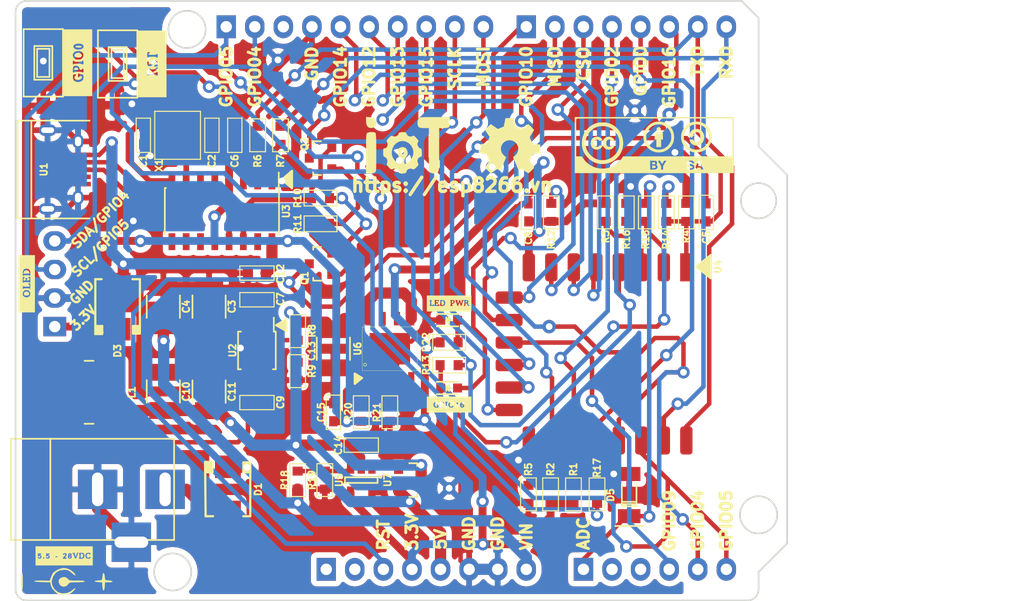
<source format=kicad_pcb>
(kicad_pcb (version 20170919) (host pcbnew "(2017-09-19 revision dddaa7e69)-makepkg")
  (layers (0 F.Cu signal) (31 B.Cu signal) (34 B.Paste user) (35 F.Paste user) (36 B.SilkS user) (37 F.SilkS user) (38 B.Mask user) (39 F.Mask user) (44 Edge.Cuts user))
  (net 0 "")
  (net 1 XO)
  (net 2 +5V)
  (net 3 +3V3)
  (net 4 GPIO0)
  (net 5 GPIO2)
  (net 6 EN)
  (net 7 REST)
  (net 8 GPIO15)
  (net 9 ADC_EX)
  (net 10 ADC)
  (net 11 TXD)
  (net 12 RXD)
  (net 13 GPIO16)
  (net 14 GPIO14)
  (net 15 GPIO12)
  (net 16 GPIO13)
  (net 17 GPIO4)
  (net 18 GPIO5)
  (net 19 XI)
  (net 20 VCC)
  (net 21 GPIO10)
  (net 22 MISO)
  (net 23 CSO)
  (net 24 GPIO09)
  (net 25 MOSI)
  (net 26 SCLK)
  (net 27 "Net-(Q1-Pad2)")
  (net 28 D+)
  (net 29 D-)
  (net 30 GND)
  (net 31 "Net-(CON1-Pad1)")
  (net 32 Vin)
  (net 33 "Net-(C7-Pad1)")
  (net 34 "Net-(C9-Pad2)")
  (net 35 "Net-(C9-Pad1)")
  (net 36 "Net-(D2-Pad2)")
  (net 37 "Net-(D4-Pad2)")
  (net 38 "Net-(R6-Pad2)")
  (net 39 "Net-(R7-Pad2)")
  (net 40 "Net-(R8-Pad2)")
  (net 41 "Net-(R13-Pad2)")
  (net 42 "Net-(R18-Pad1)")
  (net 43 "Net-(R20-Pad2)")
  (net 44 "Net-(U5-Pad1)")
  (net 45 "Net-(Q1-Pad1)")
  (net 46 "Net-(Q2-Pad1)")
  (net 47 "Net-(P2-Pad2)")
  (net 48 "Net-(P2-Pad1)")
  (net 49 "Net-(P3-Pad2)")
  (net 50 "Net-(P3-Pad3)")
  (net 51 "Net-(P4-Pad3)")
  (net 52 "Net-(Q2-Pad2)")
  (net 53 "Net-(R17-Pad2)")
  (net 54 "Net-(U1-Pad4)")
  (net 55 "Net-(U3-Pad9)")
  (net 56 "Net-(U3-Pad10)")
  (net 57 "Net-(U3-Pad11)")
  (net 58 "Net-(U3-Pad12)")
  (net 59 "Net-(U3-Pad15)")
  (net 60 "Net-(L1-Pad1)")
  (module ESP8266:RST (layer F.Cu) (at 121.6914 64.262 90)
    (fp_text reference G*** hide)
    (fp_text value LOGO hide)
  )
  (module Connectors:USB_Micro-B (layer F.Cu) (at 113.538 73.66 270)
    (fp_text reference U1 (at 0 1.4732 270) (layer F.SilkS) (effects (font (size 0.6 0.6))))
    (fp_text value usb_mini_b hide)
    (pad 6 thru_hole oval (at 3.4991 1.13746) (size 1.55 1) (drill oval 1.15 0.5) (layers *.Cu *.Mask) (net 30 GND))
    (pad 6 thru_hole oval (at -3.5009 1.13746) (size 1.55 1) (drill oval 1.15 0.5) (layers *.Cu *.Mask) (net 30 GND))
    (pad 6 thru_hole oval (at 2.4991 -1.56254) (size 0.95 1.25) (drill oval 0.55 0.85) (layers *.Cu *.Mask) (net 30 GND))
    (pad 6 thru_hole oval (at -2.5009 -1.56254) (size 0.95 1.25) (drill oval 0.55 0.85) (layers *.Cu *.Mask) (net 30 GND))
    (pad 5 smd rect (at 1.2991 -1.8) (size 1.8 0.4) (layers F.Cu F.Paste F.Mask) (net 30 GND))
    (pad 4 smd rect (at 0.6491 -1.8) (size 1.8 0.4) (layers F.Cu F.Paste F.Mask) (net 54 "Net-(U1-Pad4)"))
    (pad 3 smd rect (at -0.0009 -1.8) (size 1.8 0.4) (layers F.Cu F.Paste F.Mask) (net 28 D+))
    (pad 2 smd rect (at -0.6509 -1.8) (size 1.8 0.4) (layers F.Cu F.Paste F.Mask) (net 29 D-))
    (pad 1 smd rect (at -1.3009 -1.8) (size 1.8 0.4) (layers F.Cu F.Paste F.Mask) (net 20 VCC))
  )
  (module ESP8266:HTSOP-J8 (layer F.Cu) (at 140.3615 91.5485)
    (fp_text reference U6 (at -0.4075 -1.95 90) (layer F.SilkS) (effects (font (size 0.6 0.6))))
    (fp_text value AMS1117-3.3 hide)
    (pad 9 smd rect (at 2.45 -1.95) (size 3.6 2.8) (layers F.Cu F.Paste F.Mask))
    (pad 5 smd rect (at 4.355 -4.625) (size 0.55 1.2) (layers F.Cu F.Paste F.Mask))
    (pad 8 smd rect (at 0.545 -4.625) (size 0.55 1.2) (layers F.Cu F.Paste F.Mask))
    (pad 7 smd rect (at 1.815 -4.625) (size 0.55 1.2) (layers F.Cu F.Paste F.Mask))
    (pad 6 smd rect (at 3.085 -4.625) (size 0.55 1.2) (layers F.Cu F.Paste F.Mask))
    (pad 3 smd rect (at 3.085 0.725) (size 0.55 1.2) (layers F.Cu F.Paste F.Mask) (net 2 +5V))
    (pad 2 smd rect (at 1.815 0.725) (size 0.55 1.2) (layers F.Cu F.Paste F.Mask) (net 3 +3V3))
    (pad 1 smd rect (at 0.545 0.725) (size 0.55 1.2) (layers F.Cu F.Paste F.Mask) (net 43 "Net-(R20-Pad2)"))
    (pad 4 smd rect (at 4.355 0.725) (size 0.55 1.2) (layers F.Cu F.Paste F.Mask))
  )
  (module ESP8266:C_0603 (layer F.Cu) (at 129.032 70.612 90)
    (fp_text reference C6 (at -2.286 0 270) (layer F.SilkS) (effects (font (size 0.6 0.6))))
    (fp_text value 100nF hide)
    (pad 1 smd rect (at -0.799999 0 90) (size 0.9 0.75) (layers F.Cu F.Paste F.Mask) (net 3 +3V3))
    (pad 2 smd rect (at 0.799999 0 90) (size 0.9 0.75) (layers F.Cu F.Paste F.Mask) (net 30 GND))
  )
  (module ESP8266:do214aa-g (layer F.Cu) (at 128.4224 102.108 270)
    (fp_text reference D1 (at 0 -2.6924 270) (layer F.SilkS) (effects (font (size 0.6 0.6))))
    (fp_text value SS24 hide)
    (pad 2 smd rect (at 2.00914 0 270) (size 1.99898 2.30124) (layers F.Cu F.Paste F.Mask) (net 31 "Net-(CON1-Pad1)"))
    (pad 1 smd rect (at -2.00914 0 270) (size 1.99898 2.30124) (layers F.Cu F.Paste F.Mask) (net 32 Vin))
  )
  (module ESP8266:do214aa-g (layer F.Cu) (at 118.618 85.852 90)
    (fp_text reference D3 (at -3.937 0 90) (layer F.SilkS) (effects (font (size 0.6 0.6))))
    (fp_text value SS24 hide)
    (pad 1 smd rect (at -2.00914 0 90) (size 1.99898 2.30124) (layers F.Cu F.Paste F.Mask) (net 2 +5V))
    (pad 2 smd rect (at 2.00914 0 90) (size 1.99898 2.30124) (layers F.Cu F.Paste F.Mask) (net 20 VCC))
  )
  (module Pin_Headers:Pin_Header_Straight_1x04 (layer F.Cu) (at 113.03 87.63 180)
    (fp_text reference P5 hide)
    (fp_text value CONN_01X04 hide)
    (pad 1 thru_hole rect (at 0 0 180) (size 2.032 1.7272) (drill 1.016) (layers *.Cu *.Mask) (net 3 +3V3))
    (pad 2 thru_hole oval (at 0 2.54 180) (size 2.032 1.7272) (drill 1.016) (layers *.Cu *.Mask) (net 30 GND))
    (pad 3 thru_hole oval (at 0 5.08 180) (size 2.032 1.7272) (drill 1.016) (layers *.Cu *.Mask) (net 18 GPIO5))
    (pad 4 thru_hole oval (at 0 7.62 180) (size 2.032 1.7272) (drill 1.016) (layers *.Cu *.Mask) (net 17 GPIO4))
  )
  (module Pin_Headers:Pin_Header_Straight_1x08 (layer F.Cu) (at 137.16 109.22 90)
    (fp_text reference P2 hide)
    (fp_text value CONN_01X08 hide)
    (pad 8 thru_hole oval (at 0 17.78 90) (size 2.032 1.7272) (drill 1.016) (layers *.Cu *.Mask) (net 32 Vin))
    (pad 7 thru_hole oval (at 0 15.24 90) (size 2.032 1.7272) (drill 1.016) (layers *.Cu *.Mask) (net 30 GND))
    (pad 6 thru_hole oval (at 0 12.7 90) (size 2.032 1.7272) (drill 1.016) (layers *.Cu *.Mask) (net 30 GND))
    (pad 5 thru_hole oval (at 0 10.16 90) (size 2.032 1.7272) (drill 1.016) (layers *.Cu *.Mask) (net 2 +5V))
    (pad 4 thru_hole oval (at 0 7.62 90) (size 2.032 1.7272) (drill 1.016) (layers *.Cu *.Mask) (net 3 +3V3))
    (pad 3 thru_hole oval (at 0 5.08 90) (size 2.032 1.7272) (drill 1.016) (layers *.Cu *.Mask) (net 7 REST))
    (pad 2 thru_hole oval (at 0 2.54 90) (size 2.032 1.7272) (drill 1.016) (layers *.Cu *.Mask) (net 47 "Net-(P2-Pad2)"))
    (pad 1 thru_hole rect (at 0 0 90) (size 2.032 1.7272) (drill 1.016) (layers *.Cu *.Mask) (net 48 "Net-(P2-Pad1)"))
  )
  (module Pin_Headers:Pin_Header_Straight_1x06 (layer F.Cu) (at 160.02 109.22 90)
    (fp_text reference P3 hide)
    (fp_text value CONN_01X06 hide)
    (pad 1 thru_hole rect (at 0 0 90) (size 2.032 1.7272) (drill 1.016) (layers *.Cu *.Mask) (net 9 ADC_EX))
    (pad 2 thru_hole oval (at 0 2.54 90) (size 2.032 1.7272) (drill 1.016) (layers *.Cu *.Mask) (net 49 "Net-(P3-Pad2)"))
    (pad 3 thru_hole oval (at 0 5.08 90) (size 2.032 1.7272) (drill 1.016) (layers *.Cu *.Mask) (net 50 "Net-(P3-Pad3)"))
    (pad 4 thru_hole oval (at 0 7.62 90) (size 2.032 1.7272) (drill 1.016) (layers *.Cu *.Mask) (net 24 GPIO09))
    (pad 5 thru_hole oval (at 0 10.16 90) (size 2.032 1.7272) (drill 1.016) (layers *.Cu *.Mask) (net 17 GPIO4))
    (pad 6 thru_hole oval (at 0 12.7 90) (size 2.032 1.7272) (drill 1.016) (layers *.Cu *.Mask) (net 18 GPIO5))
  )
  (module Pin_Headers:Pin_Header_Straight_1x08 (layer F.Cu) (at 154.94 60.96 90)
    (fp_text reference P1 hide)
    (fp_text value CONN_01X08 hide)
    (pad 1 thru_hole rect (at 0 0 90) (size 2.032 1.7272) (drill 1.016) (layers *.Cu *.Mask) (net 21 GPIO10))
    (pad 2 thru_hole oval (at 0 2.54 90) (size 2.032 1.7272) (drill 1.016) (layers *.Cu *.Mask) (net 22 MISO))
    (pad 3 thru_hole oval (at 0 5.08 90) (size 2.032 1.7272) (drill 1.016) (layers *.Cu *.Mask) (net 23 CSO))
    (pad 4 thru_hole oval (at 0 7.62 90) (size 2.032 1.7272) (drill 1.016) (layers *.Cu *.Mask) (net 5 GPIO2))
    (pad 5 thru_hole oval (at 0 10.16 90) (size 2.032 1.7272) (drill 1.016) (layers *.Cu *.Mask) (net 4 GPIO0))
    (pad 6 thru_hole oval (at 0 12.7 90) (size 2.032 1.7272) (drill 1.016) (layers *.Cu *.Mask) (net 13 GPIO16))
    (pad 7 thru_hole oval (at 0 15.24 90) (size 2.032 1.7272) (drill 1.016) (layers *.Cu *.Mask) (net 11 TXD))
    (pad 8 thru_hole oval (at 0 17.78 90) (size 2.032 1.7272) (drill 1.016) (layers *.Cu *.Mask) (net 12 RXD))
  )
  (module Pin_Headers:Pin_Header_Straight_1x10 (layer F.Cu) (at 128.27 60.96 90)
    (fp_text reference P4 hide)
    (fp_text value CONN_01X10 hide)
    (pad 1 thru_hole rect (at 0 0 90) (size 2.032 1.7272) (drill 1.016) (layers *.Cu *.Mask) (net 18 GPIO5))
    (pad 2 thru_hole oval (at 0 2.54 90) (size 2.032 1.7272) (drill 1.016) (layers *.Cu *.Mask) (net 17 GPIO4))
    (pad 3 thru_hole oval (at 0 5.08 90) (size 2.032 1.7272) (drill 1.016) (layers *.Cu *.Mask) (net 51 "Net-(P4-Pad3)"))
    (pad 4 thru_hole oval (at 0 7.62 90) (size 2.032 1.7272) (drill 1.016) (layers *.Cu *.Mask) (net 30 GND))
    (pad 5 thru_hole oval (at 0 10.16 90) (size 2.032 1.7272) (drill 1.016) (layers *.Cu *.Mask) (net 14 GPIO14))
    (pad 6 thru_hole oval (at 0 12.7 90) (size 2.032 1.7272) (drill 1.016) (layers *.Cu *.Mask) (net 15 GPIO12))
    (pad 7 thru_hole oval (at 0 15.24 90) (size 2.032 1.7272) (drill 1.016) (layers *.Cu *.Mask) (net 16 GPIO13))
    (pad 8 thru_hole oval (at 0 17.78 90) (size 2.032 1.7272) (drill 1.016) (layers *.Cu *.Mask) (net 8 GPIO15))
    (pad 9 thru_hole oval (at 0 20.32 90) (size 2.032 1.7272) (drill 1.016) (layers *.Cu *.Mask) (net 26 SCLK))
    (pad 10 thru_hole oval (at 0 22.86 90) (size 2.032 1.7272) (drill 1.016) (layers *.Cu *.Mask) (net 25 MOSI))
  )
  (module ESP8266:Crystal_SMD_3225_4Pads (layer F.Cu) (at 123.952 70.612 270)
    (fp_text reference X1 (at 2.667 1.651 270) (layer F.SilkS) (effects (font (size 0.6 0.6))))
    (fp_text value CRYSTAL_ABM3C hide)
    (pad 4 smd rect (at -1.2 -1.2 270) (size 1.4 1.2) (layers F.Cu F.Paste F.Mask) (net 30 GND))
    (pad 3 smd rect (at 1.2 -1.2 270) (size 1.4 1.2) (layers F.Cu F.Paste F.Mask) (net 19 XI))
    (pad 2 smd rect (at 1.2 1.2 270) (size 1.4 1.2) (layers F.Cu F.Paste F.Mask) (net 30 GND))
    (pad 1 smd roundrect (at -1.2 1.2 270) (size 1.4 1.2) (layers F.Cu F.Paste F.Mask) (net 1 XO))
  )
  (module ESP8266:C_0603 (layer F.Cu) (at 120.904 70.612 270)
    (fp_text reference C1 (at 2.286 0 90) (layer F.SilkS) (effects (font (size 0.6 0.6))))
    (fp_text value 22pF hide)
    (pad 1 smd rect (at -0.799999 0 270) (size 0.9 0.75) (layers F.Cu F.Paste F.Mask) (net 1 XO))
    (pad 2 smd rect (at 0.799999 0 270) (size 0.9 0.75) (layers F.Cu F.Paste F.Mask) (net 30 GND))
  )
  (module ESP8266:C_0603 (layer F.Cu) (at 127 70.612 90)
    (fp_text reference C2 (at -2.286 0 90) (layer F.SilkS) (effects (font (size 0.6 0.6))))
    (fp_text value 22pF hide)
    (pad 2 smd rect (at 0.799999 0 90) (size 0.9 0.75) (layers F.Cu F.Paste F.Mask) (net 30 GND))
    (pad 1 smd rect (at -0.799999 0 90) (size 0.9 0.75) (layers F.Cu F.Paste F.Mask) (net 19 XI))
  )
  (module ESP8266:C_0603 (layer F.Cu) (at 170.942 77.47 90)
    (fp_text reference C5 (at -2.2225 0 270) (layer F.SilkS) (effects (font (size 0.6 0.6))))
    (fp_text value 100nF hide)
    (pad 2 smd rect (at 0.799999 0 90) (size 0.9 0.75) (layers F.Cu F.Paste F.Mask) (net 30 GND))
    (pad 1 smd rect (at -0.799999 0 90) (size 0.9 0.75) (layers F.Cu F.Paste F.Mask) (net 7 REST))
  )
  (module ESP8266:C_0603 (layer F.Cu) (at 131.0005 85.2424 180)
    (fp_text reference C7 (at -2.0955 0.0635 90) (layer F.SilkS) (effects (font (size 0.6 0.6))))
    (fp_text value 1uF hide)
    (pad 2 smd rect (at 0.799999 0 180) (size 0.9 0.75) (layers F.Cu F.Paste F.Mask) (net 30 GND))
    (pad 1 smd rect (at -0.799999 0 180) (size 0.9 0.75) (layers F.Cu F.Paste F.Mask) (net 33 "Net-(C7-Pad1)"))
  )
  (module ESP8266:C_0603 (layer F.Cu) (at 155.1305 77.47 90)
    (fp_text reference C8 (at -2.286 0 270) (layer F.SilkS) (effects (font (size 0.6 0.6))))
    (fp_text value 100nF hide)
    (pad 2 smd rect (at 0.799999 0 90) (size 0.9 0.75) (layers F.Cu F.Paste F.Mask) (net 30 GND))
    (pad 1 smd rect (at -0.799999 0 90) (size 0.9 0.75) (layers F.Cu F.Paste F.Mask) (net 3 +3V3))
  )
  (module ESP8266:C_0603 (layer F.Cu) (at 131.0005 94.3864 180)
    (fp_text reference C9 (at -2.0955 0.0254 90) (layer F.SilkS) (effects (font (size 0.6 0.6))))
    (fp_text value 100nF hide)
    (pad 1 smd rect (at -0.799999 0 180) (size 0.9 0.75) (layers F.Cu F.Paste F.Mask) (net 35 "Net-(C9-Pad1)"))
    (pad 2 smd rect (at 0.799999 0 180) (size 0.9 0.75) (layers F.Cu F.Paste F.Mask) (net 34 "Net-(C9-Pad2)"))
  )
  (module ESP8266:C_0603 (layer F.Cu) (at 131.0005 82.8675 180)
    (fp_text reference C12 (at -2.0955 -0.0635 90) (layer F.SilkS) (effects (font (size 0.6 0.6))))
    (fp_text value 100nF hide)
    (pad 1 smd rect (at -0.799999 0 180) (size 0.9 0.75) (layers F.Cu F.Paste F.Mask) (net 3 +3V3))
    (pad 2 smd rect (at 0.799999 0 180) (size 0.9 0.75) (layers F.Cu F.Paste F.Mask) (net 30 GND))
  )
  (module ESP8266:C_0603 (layer F.Cu) (at 140.2715 98.171)
    (fp_text reference C14 (at -2.032 0 270) (layer F.SilkS) (effects (font (size 0.6 0.6))))
    (fp_text value 100nF hide)
    (pad 1 smd rect (at -0.799999 0) (size 0.9 0.75) (layers F.Cu F.Paste F.Mask) (net 2 +5V))
    (pad 2 smd rect (at 0.799999 0) (size 0.9 0.75) (layers F.Cu F.Paste F.Mask) (net 30 GND))
  )
  (module ESP8266:C_0603 (layer F.Cu) (at 137.795 95.25 90)
    (fp_text reference C15 (at 0 -1.0795 270) (layer F.SilkS) (effects (font (size 0.6 0.6))))
    (fp_text value 1uF/25V hide)
    (pad 2 smd rect (at 0.799999 0 90) (size 0.9 0.75) (layers F.Cu F.Paste F.Mask) (net 30 GND))
    (pad 1 smd rect (at -0.799999 0 90) (size 0.9 0.75) (layers F.Cu F.Paste F.Mask) (net 3 +3V3))
  )
  (module Connectors:BARREL_JACK (layer F.Cu) (at 116.63934 102.108)
    (fp_text reference CON1 hide)
    (fp_text value BARREL_JACK hide)
    (pad 1 thru_hole rect (at 6.20014 0) (size 3.50012 3.50012) (drill oval 1.00076 2.99974) (layers *.Cu *.Mask) (net 31 "Net-(CON1-Pad1)"))
    (pad 2 thru_hole rect (at 0.20066 0) (size 3.50012 3.50012) (drill oval 1.00076 2.99974) (layers *.Cu *.Mask) (net 30 GND))
    (pad 3 thru_hole rect (at 3.2004 4.699) (size 3.50012 3.50012) (drill oval 2.99974 1.00076) (layers *.Cu *.Mask) (net 30 GND))
  )
  (module LEDs:LED_0603 (layer F.Cu) (at 148.082 93.091)
    (fp_text reference D2 hide)
    (fp_text value LED_Blue hide)
    (pad 2 smd rect (at 0.7493 0 180) (size 0.79756 0.79756) (layers F.Cu F.Paste F.Mask) (net 36 "Net-(D2-Pad2)"))
    (pad 1 smd rect (at -0.7493 0 180) (size 0.79756 0.79756) (layers F.Cu F.Paste F.Mask) (net 13 GPIO16))
  )
  (module LEDs:LED_0603 (layer F.Cu) (at 148.082 87.0585)
    (fp_text reference D4 hide)
    (fp_text value L_PWR hide)
    (pad 1 smd rect (at -0.7493 0 180) (size 0.79756 0.79756) (layers F.Cu F.Paste F.Mask) (net 30 GND))
    (pad 2 smd rect (at 0.7493 0 180) (size 0.79756 0.79756) (layers F.Cu F.Paste F.Mask) (net 37 "Net-(D4-Pad2)"))
  )
  (module ESP8266:SOD-80 (layer F.Cu) (at 164.084 102.616 90)
    (fp_text reference D5 (at 0 -1.651 90) (layer F.SilkS) (effects (font (size 0.6 0.6))))
    (fp_text value ZENER_3.3V hide)
    (pad 2 smd rect (at 1.875 0 90) (size 1.25 2) (layers F.Cu F.Paste F.Mask) (net 30 GND))
    (pad 1 smd rect (at -1.875 0 90) (size 1.25 2) (layers F.Cu F.Paste F.Mask) (net 9 ADC_EX))
  )
  (module Choke_SMD:Choke_SMD_Wuerth-WE-PD2-Typ-MS (layer F.Cu) (at 116.078 93.472)
    (fp_text reference L1 (at 3.81 0 90) (layer F.SilkS) (effects (font (size 0.6 0.6))))
    (fp_text value 22uH hide)
    (pad 1 smd rect (at -1.9304 0) (size 2.14884 5.4991) (layers F.Cu F.Paste F.Mask) (net 60 "Net-(L1-Pad1)"))
    (pad 2 smd rect (at 1.9304 0) (size 2.14884 5.4991) (layers F.Cu F.Paste F.Mask) (net 2 +5V))
  )
  (module TO_SOT_Packages_SMD:SOT-23 (layer F.Cu) (at 136.652 82.042 90)
    (fp_text reference Q1 (at -1.27 -1.397 270) (layer F.SilkS) (effects (font (size 0.6 0.6))))
    (fp_text value MMBT8050LT1G_BEC hide)
    (pad 1 smd rect (at -0.95 1.00076 90) (size 0.8001 0.8001) (layers F.Cu F.Paste F.Mask) (net 45 "Net-(Q1-Pad1)"))
    (pad 2 smd rect (at 0.95 1.00076 90) (size 0.8001 0.8001) (layers F.Cu F.Paste F.Mask) (net 27 "Net-(Q1-Pad2)"))
    (pad 3 smd rect (at 0 -0.99822 90) (size 0.8001 0.8001) (layers F.Cu F.Paste F.Mask) (net 7 REST))
  )
  (module TO_SOT_Packages_SMD:SOT-23 (layer F.Cu) (at 136.652 72.644 90)
    (fp_text reference Q2 (at 1.27 -1.397 270) (layer F.SilkS) (effects (font (size 0.6 0.6))))
    (fp_text value MMBT8050LT1G_BEC hide)
    (pad 1 smd rect (at -0.95 1.00076 90) (size 0.8001 0.8001) (layers F.Cu F.Paste F.Mask) (net 46 "Net-(Q2-Pad1)"))
    (pad 2 smd rect (at 0.95 1.00076 90) (size 0.8001 0.8001) (layers F.Cu F.Paste F.Mask) (net 52 "Net-(Q2-Pad2)"))
    (pad 3 smd rect (at 0 -0.99822 90) (size 0.8001 0.8001) (layers F.Cu F.Paste F.Mask) (net 4 GPIO0))
  )
  (module ESP8266:R_0603 (layer F.Cu) (at 159.131 102.5525 270)
    (fp_text reference R1 (at -2.2225 0 90) (layer F.SilkS) (effects (font (size 0.6 0.6))))
    (fp_text value 10k hide)
    (pad 2 smd rect (at 0.799999 0 270) (size 0.8 0.9) (layers F.Cu F.Paste F.Mask) (net 3 +3V3))
    (pad 1 smd rect (at -0.799999 0 270) (size 0.8 0.9) (layers F.Cu F.Paste F.Mask) (net 4 GPIO0))
  )
  (module ESP8266:R_0603 (layer F.Cu) (at 157.099 102.5525 270)
    (fp_text reference R2 (at -2.2225 0 90) (layer F.SilkS) (effects (font (size 0.6 0.6))))
    (fp_text value 10k hide)
    (pad 1 smd rect (at -0.799999 0 270) (size 0.8 0.9) (layers F.Cu F.Paste F.Mask) (net 5 GPIO2))
    (pad 2 smd rect (at 0.799999 0 270) (size 0.8 0.9) (layers F.Cu F.Paste F.Mask) (net 3 +3V3))
  )
  (module ESP8266:R_0603 (layer F.Cu) (at 161.9885 77.47 90)
    (fp_text reference R3 (at -2.159 0 270) (layer F.SilkS) (effects (font (size 0.6 0.6))))
    (fp_text value 10k hide)
    (pad 2 smd rect (at 0.799999 0 90) (size 0.8 0.9) (layers F.Cu F.Paste F.Mask) (net 3 +3V3))
    (pad 1 smd rect (at -0.799999 0 90) (size 0.8 0.9) (layers F.Cu F.Paste F.Mask) (net 6 EN))
  )
  (module ESP8266:R_0603 (layer F.Cu) (at 169.164 77.47 90)
    (fp_text reference R4 (at -2.159 0 270) (layer F.SilkS) (effects (font (size 0.6 0.6))))
    (fp_text value 10k hide)
    (pad 1 smd rect (at -0.799999 0 90) (size 0.8 0.9) (layers F.Cu F.Paste F.Mask) (net 7 REST))
    (pad 2 smd rect (at 0.799999 0 90) (size 0.8 0.9) (layers F.Cu F.Paste F.Mask) (net 3 +3V3))
  )
  (module ESP8266:R_0603 (layer F.Cu) (at 155.1305 102.5525 270)
    (fp_text reference R5 (at -2.2225 0 90) (layer F.SilkS) (effects (font (size 0.6 0.6))))
    (fp_text value 10k hide)
    (pad 2 smd rect (at 0.799999 0 270) (size 0.8 0.9) (layers F.Cu F.Paste F.Mask) (net 30 GND))
    (pad 1 smd rect (at -0.799999 0 270) (size 0.8 0.9) (layers F.Cu F.Paste F.Mask) (net 8 GPIO15))
  )
  (module ESP8266:R_0603 (layer F.Cu) (at 131.064 70.612 270)
    (fp_text reference R6 (at 2.286 0 90) (layer F.SilkS) (effects (font (size 0.6 0.6))))
    (fp_text value 470R hide)
    (pad 1 smd rect (at -0.799999 0 270) (size 0.8 0.9) (layers F.Cu F.Paste F.Mask) (net 11 TXD))
    (pad 2 smd rect (at 0.799999 0 270) (size 0.8 0.9) (layers F.Cu F.Paste F.Mask) (net 38 "Net-(R6-Pad2)"))
  )
  (module ESP8266:R_0603 (layer F.Cu) (at 133.096 70.612 270)
    (fp_text reference R7 (at 2.286 0 90) (layer F.SilkS) (effects (font (size 0.6 0.6))))
    (fp_text value 470R hide)
    (pad 2 smd rect (at 0.799999 0 270) (size 0.8 0.9) (layers F.Cu F.Paste F.Mask) (net 39 "Net-(R7-Pad2)"))
    (pad 1 smd rect (at -0.799999 0 270) (size 0.8 0.9) (layers F.Cu F.Paste F.Mask) (net 12 RXD))
  )
  (module ESP8266:R_0603 (layer F.Cu) (at 134.62 88.0364 270)
    (fp_text reference R8 (at -0.0254 -1.27 90) (layer F.SilkS) (effects (font (size 0.6 0.6))))
    (fp_text value 52.5K hide)
    (pad 2 smd rect (at 0.799999 0 270) (size 0.8 0.9) (layers F.Cu F.Paste F.Mask) (net 40 "Net-(R8-Pad2)"))
    (pad 1 smd rect (at -0.799999 0 270) (size 0.8 0.9) (layers F.Cu F.Paste F.Mask) (net 2 +5V))
  )
  (module ESP8266:R_0603 (layer F.Cu) (at 134.62 91.5924 270)
    (fp_text reference R9 (at 0 -1.27 90) (layer F.SilkS) (effects (font (size 0.6 0.6))))
    (fp_text value 10k hide)
    (pad 1 smd rect (at -0.799999 0 270) (size 0.8 0.9) (layers F.Cu F.Paste F.Mask) (net 40 "Net-(R8-Pad2)"))
    (pad 2 smd rect (at 0.799999 0 270) (size 0.8 0.9) (layers F.Cu F.Paste F.Mask) (net 30 GND))
  )
  (module ESP8266:R_0603 (layer F.Cu) (at 136.652 76.2)
    (fp_text reference R10 (at -2.032 0 90) (layer F.SilkS) (effects (font (size 0.6 0.6))))
    (fp_text value 10K hide)
    (pad 1 smd rect (at -0.799999 0) (size 0.8 0.9) (layers F.Cu F.Paste F.Mask) (net 52 "Net-(Q2-Pad2)"))
    (pad 2 smd rect (at 0.799999 0) (size 0.8 0.9) (layers F.Cu F.Paste F.Mask) (net 45 "Net-(Q1-Pad1)"))
  )
  (module ESP8266:R_0603 (layer F.Cu) (at 136.652 78.486)
    (fp_text reference R11 (at -2.032 0 90) (layer F.SilkS) (effects (font (size 0.6 0.6))))
    (fp_text value 10K hide)
    (pad 1 smd rect (at -0.799999 0) (size 0.8 0.9) (layers F.Cu F.Paste F.Mask) (net 27 "Net-(Q1-Pad2)"))
    (pad 2 smd rect (at 0.799999 0) (size 0.8 0.9) (layers F.Cu F.Paste F.Mask) (net 46 "Net-(Q2-Pad1)"))
  )
  (module ESP8266:R_0603 (layer F.Cu) (at 157.1625 77.47 90)
    (fp_text reference R12 (at -2.413 0 270) (layer F.SilkS) (effects (font (size 0.6 0.6))))
    (fp_text value 470R hide)
    (pad 1 smd rect (at -0.799999 0 90) (size 0.8 0.9) (layers F.Cu F.Paste F.Mask) (net 3 +3V3))
    (pad 2 smd rect (at 0.799999 0 90) (size 0.8 0.9) (layers F.Cu F.Paste F.Mask) (net 36 "Net-(D2-Pad2)"))
  )
  (module ESP8266:R_0603 (layer F.Cu) (at 148.082 91.059)
    (fp_text reference R13 (at -2.032 0 90) (layer F.SilkS) (effects (font (size 0.6 0.6))))
    (fp_text value 0R hide)
    (pad 2 smd rect (at 0.799999 0) (size 0.8 0.9) (layers F.Cu F.Paste F.Mask) (net 41 "Net-(R13-Pad2)"))
    (pad 1 smd rect (at -0.799999 0) (size 0.8 0.9) (layers F.Cu F.Paste F.Mask) (net 13 GPIO16))
  )
  (module ESP8266:R_0603 (layer F.Cu) (at 167.386 77.47 90)
    (fp_text reference R14 (at -2.413 0 270) (layer F.SilkS) (effects (font (size 0.6 0.6))))
    (fp_text value 470R hide)
    (pad 1 smd rect (at -0.799999 0 90) (size 0.8 0.9) (layers F.Cu F.Paste F.Mask) (net 7 REST))
    (pad 2 smd rect (at 0.799999 0 90) (size 0.8 0.9) (layers F.Cu F.Paste F.Mask) (net 41 "Net-(R13-Pad2)"))
  )
  (module ESP8266:R_0603 (layer F.Cu) (at 165.608 77.47 90)
    (fp_text reference R15 (at -2.413 -0.0635 270) (layer F.SilkS) (effects (font (size 0.6 0.6))))
    (fp_text value 220k/1% hide)
    (pad 1 smd rect (at -0.799999 0 90) (size 0.8 0.9) (layers F.Cu F.Paste F.Mask) (net 10 ADC))
    (pad 2 smd rect (at 0.799999 0 90) (size 0.8 0.9) (layers F.Cu F.Paste F.Mask) (net 9 ADC_EX))
  )
  (module ESP8266:R_0603 (layer F.Cu) (at 163.83 77.47 270)
    (fp_text reference R16 (at 2.413 0 90) (layer F.SilkS) (effects (font (size 0.6 0.6))))
    (fp_text value 100k/1% hide)
    (pad 2 smd rect (at 0.799999 0 270) (size 0.8 0.9) (layers F.Cu F.Paste F.Mask) (net 10 ADC))
    (pad 1 smd rect (at -0.799999 0 270) (size 0.8 0.9) (layers F.Cu F.Paste F.Mask) (net 30 GND))
  )
  (module ESP8266:R_0603 (layer F.Cu) (at 161.2265 102.5525 270)
    (fp_text reference R17 (at -2.3495 0 270) (layer F.SilkS) (effects (font (size 0.6 0.6))))
    (fp_text value 470R hide)
    (pad 2 smd rect (at 0.799999 0 270) (size 0.8 0.9) (layers F.Cu F.Paste F.Mask) (net 53 "Net-(R17-Pad2)"))
    (pad 1 smd rect (at -0.799999 0 270) (size 0.8 0.9) (layers F.Cu F.Paste F.Mask) (net 4 GPIO0))
  )
  (module ESP8266:R_0603 (layer F.Cu) (at 134.62 101.2825 270)
    (fp_text reference R18 (at 0 1.143 90) (layer F.SilkS) (effects (font (size 0.6 0.6))))
    (fp_text value 10k hide)
    (pad 1 smd rect (at -0.799999 0 270) (size 0.8 0.9) (layers F.Cu F.Paste F.Mask) (net 42 "Net-(R18-Pad1)"))
    (pad 2 smd rect (at 0.799999 0 270) (size 0.8 0.9) (layers F.Cu F.Paste F.Mask) (net 32 Vin))
  )
  (module ESP8266:R_0603 (layer F.Cu) (at 137.033 101.2825 90)
    (fp_text reference R19 (at 0 -1.143 270) (layer F.SilkS) (effects (font (size 0.6 0.6))))
    (fp_text value 10k hide)
    (pad 2 smd rect (at 0.799999 0 90) (size 0.8 0.9) (layers F.Cu F.Paste F.Mask) (net 42 "Net-(R18-Pad1)"))
    (pad 1 smd rect (at -0.799999 0 90) (size 0.8 0.9) (layers F.Cu F.Paste F.Mask) (net 30 GND))
  )
  (module ESP8266:R_0603 (layer F.Cu) (at 140.2715 95.25 90)
    (fp_text reference R20 (at 0 -1.143 270) (layer F.SilkS) (effects (font (size 0.6 0.6))))
    (fp_text value 3K/1% hide)
    (pad 2 smd rect (at 0.799999 0 90) (size 0.8 0.9) (layers F.Cu F.Paste F.Mask) (net 43 "Net-(R20-Pad2)"))
    (pad 1 smd rect (at -0.799999 0 90) (size 0.8 0.9) (layers F.Cu F.Paste F.Mask) (net 3 +3V3))
  )
  (module ESP8266:R_0603 (layer F.Cu) (at 142.8115 95.25 270)
    (fp_text reference R21 (at 0 1.143 90) (layer F.SilkS) (effects (font (size 0.6 0.6))))
    (fp_text value 1K/1% hide)
    (pad 1 smd rect (at -0.799999 0 270) (size 0.8 0.9) (layers F.Cu F.Paste F.Mask) (net 43 "Net-(R20-Pad2)"))
    (pad 2 smd rect (at 0.799999 0 270) (size 0.8 0.9) (layers F.Cu F.Paste F.Mask) (net 30 GND))
  )
  (module ESP8266:R_0603 (layer F.Cu) (at 148.082 89.027)
    (fp_text reference R22 (at -2.032 0 90) (layer F.SilkS) (effects (font (size 0.6 0.6))))
    (fp_text value 470R hide)
    (pad 2 smd rect (at 0.799999 0) (size 0.8 0.9) (layers F.Cu F.Paste F.Mask) (net 37 "Net-(D4-Pad2)"))
    (pad 1 smd rect (at -0.799999 0) (size 0.8 0.9) (layers F.Cu F.Paste F.Mask) (net 3 +3V3))
  )
  (module Housings_SOIC:SOIC-16_3.9x9.9mm_Pitch1.27mm (layer F.Cu) (at 127.889 77.376 270)
    (fp_text reference U3 (at 0 -5.715 270) (layer F.SilkS) (effects (font (size 0.6 0.6))))
    (fp_text value CH340G hide)
    (pad 1 smd rect (at -2.7 -4.445 270) (size 1.5 0.6) (layers F.Cu F.Paste F.Mask) (net 30 GND))
    (pad 2 smd rect (at -2.7 -3.175 270) (size 1.5 0.6) (layers F.Cu F.Paste F.Mask) (net 39 "Net-(R7-Pad2)"))
    (pad 3 smd rect (at -2.7 -1.905 270) (size 1.5 0.6) (layers F.Cu F.Paste F.Mask) (net 38 "Net-(R6-Pad2)"))
    (pad 4 smd rect (at -2.7 -0.635 270) (size 1.5 0.6) (layers F.Cu F.Paste F.Mask) (net 3 +3V3))
    (pad 5 smd rect (at -2.7 0.635 270) (size 1.5 0.6) (layers F.Cu F.Paste F.Mask) (net 28 D+))
    (pad 6 smd rect (at -2.7 1.905 270) (size 1.5 0.6) (layers F.Cu F.Paste F.Mask) (net 29 D-))
    (pad 7 smd rect (at -2.7 3.175 270) (size 1.5 0.6) (layers F.Cu F.Paste F.Mask) (net 19 XI))
    (pad 8 smd rect (at -2.7 4.445 270) (size 1.5 0.6) (layers F.Cu F.Paste F.Mask) (net 1 XO))
    (pad 9 smd rect (at 2.7 4.445 270) (size 1.5 0.6) (layers F.Cu F.Paste F.Mask) (net 55 "Net-(U3-Pad9)"))
    (pad 10 smd rect (at 2.7 3.175 270) (size 1.5 0.6) (layers F.Cu F.Paste F.Mask) (net 56 "Net-(U3-Pad10)"))
    (pad 11 smd rect (at 2.7 1.905 270) (size 1.5 0.6) (layers F.Cu F.Paste F.Mask) (net 57 "Net-(U3-Pad11)"))
    (pad 12 smd rect (at 2.7 0.635 270) (size 1.5 0.6) (layers F.Cu F.Paste F.Mask) (net 58 "Net-(U3-Pad12)"))
    (pad 13 smd rect (at 2.7 -0.635 270) (size 1.5 0.6) (layers F.Cu F.Paste F.Mask) (net 52 "Net-(Q2-Pad2)"))
    (pad 14 smd rect (at 2.7 -1.905 270) (size 1.5 0.6) (layers F.Cu F.Paste F.Mask) (net 27 "Net-(Q1-Pad2)"))
    (pad 15 smd rect (at 2.7 -3.175 270) (size 1.5 0.6) (layers F.Cu F.Paste F.Mask) (net 59 "Net-(U3-Pad15)"))
    (pad 16 smd rect (at 2.7 -4.445 270) (size 1.5 0.6) (layers F.Cu F.Paste F.Mask) (net 3 +3V3))
  )
  (module ESP8266:ESP-12F (layer F.Cu) (at 169.164 83.058 270)
    (fp_text reference U4 (at -0.762 -2.794 270) (layer F.SilkS) (effects (font (size 0.6 0.6))))
    (fp_text value ESP-12E hide)
    (pad 22 smd roundrect (at 14 0 270) (size 2.5 1.1) (drill (offset 0.7 0)) (layers F.Cu F.Paste F.Mask) (net 11 TXD))
    (pad 21 smd roundrect (at 14 2 270) (size 2.5 1.1) (drill (offset 0.7 0)) (layers F.Cu F.Paste F.Mask) (net 12 RXD))
    (pad 20 smd roundrect (at 14 4 270) (size 2.5 1.1) (drill (offset 0.7 0)) (layers F.Cu F.Paste F.Mask) (net 18 GPIO5))
    (pad 19 smd roundrect (at 14 6 270) (size 2.5 1.1) (drill (offset 0.7 0)) (layers F.Cu F.Paste F.Mask) (net 17 GPIO4))
    (pad 18 smd roundrect (at 14 8 270) (size 2.5 1.1) (drill (offset 0.7 0)) (layers F.Cu F.Paste F.Mask) (net 4 GPIO0))
    (pad 17 smd roundrect (at 14 10 270) (size 2.5 1.1) (drill (offset 0.7 0)) (layers F.Cu F.Paste F.Mask) (net 5 GPIO2))
    (pad 16 smd roundrect (at 14 12 270) (size 2.5 1.1) (drill (offset 0.6 0)) (layers F.Cu F.Paste F.Mask) (net 8 GPIO15))
    (pad 15 smd roundrect (at 14 14 270) (size 2.5 1.1) (drill (offset 0.7 0)) (layers F.Cu F.Paste F.Mask) (net 30 GND))
    (pad 14 smd roundrect (at 11.99 15.75) (size 2.4 1.1) (layers F.Cu F.Paste F.Mask) (net 26 SCLK))
    (pad 13 smd roundrect (at 9.99 15.75) (size 2.4 1.1) (layers F.Cu F.Paste F.Mask) (net 25 MOSI))
    (pad 12 smd roundrect (at 7.99 15.75) (size 2.4 1.1) (layers F.Cu F.Paste F.Mask) (net 21 GPIO10))
    (pad 11 smd roundrect (at 5.99 15.75) (size 2.4 1.1) (layers F.Cu F.Paste F.Mask) (net 24 GPIO09))
    (pad 10 smd roundrect (at 3.99 15.75) (size 2.4 1.1) (layers F.Cu F.Paste F.Mask) (net 22 MISO))
    (pad 9 smd roundrect (at 1.99 15.75) (size 2.4 1.1) (layers F.Cu F.Paste F.Mask) (net 23 CSO))
    (pad 8 smd roundrect (at 0 14 270) (size 2.5 1.1) (drill (offset -0.7 0)) (layers F.Cu F.Paste F.Mask) (net 3 +3V3))
    (pad 7 smd roundrect (at 0 12 270) (size 2.5 1.1) (drill (offset -0.7 0)) (layers F.Cu F.Paste F.Mask) (net 16 GPIO13))
    (pad 6 smd roundrect (at 0 10 270) (size 2.5 1.1) (drill (offset -0.7 0)) (layers F.Cu F.Paste F.Mask) (net 15 GPIO12))
    (pad 5 smd roundrect (at 0 8 270) (size 2.5 1.1) (drill (offset -0.7 0)) (layers F.Cu F.Paste F.Mask) (net 14 GPIO14))
    (pad 4 smd roundrect (at 0 6 270) (size 2.5 1.1) (drill (offset -0.7 0)) (layers F.Cu F.Paste F.Mask) (net 13 GPIO16))
    (pad 3 smd roundrect (at 0 4 270) (size 2.5 1.1) (drill (offset -0.7 0)) (layers F.Cu F.Paste F.Mask) (net 6 EN))
    (pad 2 smd roundrect (at 0 2 270) (size 2.5 1.1) (drill (offset -0.7 0)) (layers F.Cu F.Paste F.Mask) (net 10 ADC))
    (pad 1 smd rect (at 0 0 270) (size 2.5 1.1) (drill (offset -0.7 0)) (layers F.Cu F.Paste F.Mask) (net 7 REST))
  )
  (module TO_SOT_Packages_SMD:SOT-23-5 (layer F.Cu) (at 140.2715 101.2825 270)
    (fp_text reference U5 (at 0 1.9685 270) (layer F.SilkS) (effects (font (size 0.6 0.6))))
    (fp_text value MCP6001R hide)
    (pad 1 smd rect (at -1.1 -0.95 270) (size 1.06 0.65) (layers F.Cu F.Paste F.Mask) (net 44 "Net-(U5-Pad1)"))
    (pad 2 smd rect (at -1.1 0 270) (size 1.06 0.65) (layers F.Cu F.Paste F.Mask) (net 2 +5V))
    (pad 3 smd rect (at -1.1 0.95 270) (size 1.06 0.65) (layers F.Cu F.Paste F.Mask) (net 42 "Net-(R18-Pad1)"))
    (pad 4 smd rect (at 1.1 0.95 270) (size 1.06 0.65) (layers F.Cu F.Paste F.Mask) (net 3 +3V3))
    (pad 5 smd rect (at 1.1 -0.95 270) (size 1.06 0.65) (layers F.Cu F.Paste F.Mask) (net 30 GND))
  )
  (module TO_SOT_Packages_SMD:SOT-23 (layer F.Cu) (at 144.5895 101.2825 270)
    (fp_text reference U7 (at 0 1.9685 270) (layer F.SilkS) (effects (font (size 0.6 0.6))))
    (fp_text value IRLM6402 hide)
    (pad 3 smd rect (at 0 -0.99822 270) (size 0.8001 0.8001) (layers F.Cu F.Paste F.Mask) (net 20 VCC))
    (pad 2 smd rect (at 0.95 1.00076 270) (size 0.8001 0.8001) (layers F.Cu F.Paste F.Mask) (net 2 +5V))
    (pad 1 smd rect (at -0.95 1.00076 270) (size 0.8001 0.8001) (layers F.Cu F.Paste F.Mask) (net 44 "Net-(U5-Pad1)"))
  )
  (module Housings_SSOP:MSOP-8_3x3mm_Pitch0.65mm (layer F.Cu) (at 131.0005 89.7509 270)
    (fp_text reference U2 (at 0 2.159 270) (layer F.SilkS) (effects (font (size 0.6 0.6))))
    (fp_text value AMS1117-5 hide)
    (pad 8 smd rect (at 2.2 -0.975 270) (size 1.45 0.45) (layers F.Cu F.Paste F.Mask))
    (pad 7 smd rect (at 2.2 -0.325 270) (size 1.45 0.45) (layers F.Cu F.Paste F.Mask))
    (pad 6 smd rect (at 2.2 0.325 270) (size 1.45 0.45) (layers F.Cu F.Paste F.Mask))
    (pad 5 smd rect (at 2.2 0.975 270) (size 1.45 0.45) (layers F.Cu F.Paste F.Mask))
    (pad 4 smd rect (at -2.2 0.975 270) (size 1.45 0.45) (layers F.Cu F.Paste F.Mask))
    (pad 3 smd rect (at -2.2 0.325 270) (size 1.45 0.45) (layers F.Cu F.Paste F.Mask) (net 32 Vin))
    (pad 2 smd rect (at -2.2 -0.325 270) (size 1.45 0.45) (layers F.Cu F.Paste F.Mask) (net 60 "Net-(L1-Pad1)"))
    (pad 1 smd rect (at -2.2 -0.975 270) (size 1.45 0.45) (layers F.Cu F.Paste F.Mask) (net 40 "Net-(R8-Pad2)"))
  )
  (module ESP8266:C_1210 (layer F.Cu) (at 126.746 85.852 90)
    (fp_text reference C3 (at 0 2.032 90) (layer F.SilkS) (effects (font (size 0.6 0.6))))
    (fp_text value 10uF/50V hide)
    (pad 1 smd rect (at -1.7 0 90) (size 1.5 2.5) (layers F.Cu F.Paste F.Mask) (net 32 Vin))
    (pad 2 smd rect (at 1.7 0 90) (size 1.5 2.5) (layers F.Cu F.Paste F.Mask) (net 30 GND))
  )
  (module ESP8266:C_1210 (layer F.Cu) (at 122.682 85.852 90)
    (fp_text reference C4 (at 0 2.032 90) (layer F.SilkS) (effects (font (size 0.6 0.6))))
    (fp_text value 10uF/50V hide)
    (pad 2 smd rect (at 1.7 0 90) (size 1.5 2.5) (layers F.Cu F.Paste F.Mask) (net 30 GND))
    (pad 1 smd rect (at -1.7 0 90) (size 1.5 2.5) (layers F.Cu F.Paste F.Mask) (net 32 Vin))
  )
  (module ESP8266:C_1210 (layer F.Cu) (at 122.682 93.394 90)
    (fp_text reference C10 (at -0.0145 2.032 90) (layer F.SilkS) (effects (font (size 0.6 0.6))))
    (fp_text value 10uF/25V hide)
    (pad 1 smd rect (at -1.7 0 90) (size 1.5 2.5) (layers F.Cu F.Paste F.Mask) (net 2 +5V))
    (pad 2 smd rect (at 1.7 0 90) (size 1.5 2.5) (layers F.Cu F.Paste F.Mask) (net 30 GND))
  )
  (module ESP8266:C_1210 (layer F.Cu) (at 126.746 93.4085 90)
    (fp_text reference C11 (at 0 2.032 90) (layer F.SilkS) (effects (font (size 0.6 0.6))))
    (fp_text value 10uF/25V hide)
    (pad 1 smd rect (at -1.7 0 90) (size 1.5 2.5) (layers F.Cu F.Paste F.Mask) (net 2 +5V))
    (pad 2 smd rect (at 1.7 0 90) (size 1.5 2.5) (layers F.Cu F.Paste F.Mask) (net 30 GND))
  )
  (module ESP8266:C_1210 (layer F.Cu) (at 137.795 89.5985 270)
    (fp_text reference C13 (at 0.2032 1.9304 270) (layer F.SilkS) (effects (font (size 0.6 0.6))))
    (fp_text value 1uF/25V hide)
    (pad 2 smd rect (at 1.7 0 270) (size 1.5 2.5) (layers F.Cu F.Paste F.Mask) (net 30 GND))
    (pad 1 smd rect (at -1.7 0 270) (size 1.5 2.5) (layers F.Cu F.Paste F.Mask) (net 2 +5V))
  )
  (module ESP8266:Tact_Switch_TS6X3.6 (layer F.Cu) (at 118.618 64.262 270)
    (fp_text reference SW1 hide)
    (fp_text value RST)
    (pad 1 smd rect (at -3.8 0 270) (size 1.5 1.2) (layers F.Cu F.Paste F.Mask) (net 41 "Net-(R13-Pad2)"))
    (pad 2 smd rect (at 3.8 0 270) (size 1.5 1.2) (layers F.Cu F.Paste F.Mask) (net 30 GND))
  )
  (module ESP8266:Tact_Switch_TS6X3.6 (layer F.Cu) (at 112.014 64.1604 270)
    (fp_text reference SW2 hide)
    (fp_text value GPIO0)
    (pad 2 smd rect (at 3.8 0 270) (size 1.5 1.2) (layers F.Cu F.Paste F.Mask) (net 30 GND))
    (pad 1 smd rect (at -3.8 0 270) (size 1.5 1.2) (layers F.Cu F.Paste F.Mask) (net 53 "Net-(R17-Pad2)"))
  )
  (module ESP8266:GPIO0 (layer F.Cu) (at 115.0874 64.1604 90)
    (fp_text reference G*** hide)
    (fp_text value LOGO hide)
  )
  (module ESP8266:logo-iotmakervn_7 (layer F.Cu) (at 110.5408 83.82 90)
    (fp_text reference G*** hide)
    (fp_text value LOGO hide)
  )
  (module ESP8266:logo-jack-5528 (layer F.Cu) (at 113.8682 108.0262)
    (fp_text reference G*** hide)
    (fp_text value LOGO hide)
  )
  (module ESP8266:logo-jack_7.4x3 (layer F.Cu) (at 113.919 110.2106 270)
    (fp_text reference G*** hide)
    (fp_text value LOGO hide)
  )
  (module ESP8266:LEDPWR (layer F.Cu) (at 148.082 85.5726)
    (fp_text reference G*** hide)
    (fp_text value LOGO hide)
  )
  (module ESP8266:GPIO16 (layer F.Cu) (at 148.082 94.5642)
    (fp_text reference G*** hide)
    (fp_text value LOGO hide)
  )
  (module ESP8266:logo-iotmakervn_7.5x5 (layer F.Cu) (at 144.4244 71.4756)
    (fp_text reference G*** hide)
    (fp_text value LOGO hide)
  )
  (module ESP8266:logo_openhardware_5x5mm (layer F.Cu) (at 153.4414 71.5772)
    (fp_text reference G*** hide)
    (fp_text value LOGO hide)
  )
  (module ESP8266:logo_cc-bby-sa_14.1x5mm (layer F.Cu) (at 166.3192 71.4756)
    (fp_text reference G*** hide)
    (fp_text value LOGO hide)
  )
  (gr_line (start 170.942 82.042) (end 170.815 82.296) (layer F.SilkS) (width 0.2))
  (gr_line (start 170.942 82.55) (end 170.942 82.042) (layer F.SilkS) (width 0.2))
  (gr_line (start 170.688 82.296) (end 170.942 82.55) (layer F.SilkS) (width 0.2))
  (gr_line (start 171.069 81.788) (end 170.688 82.296) (layer F.SilkS) (width 0.2))
  (gr_line (start 171.069 82.804) (end 171.069 81.788) (layer F.SilkS) (width 0.2))
  (gr_line (start 170.561 82.296) (end 171.069 82.804) (layer F.SilkS) (width 0.2))
  (gr_line (start 171.196 81.534) (end 170.561 82.296) (layer F.SilkS) (width 0.2))
  (gr_line (start 171.196 83.058) (end 171.196 81.534) (layer F.SilkS) (width 0.2))
  (gr_line (start 170.307 82.296) (end 171.196 83.058) (layer F.SilkS) (width 0.2))
  (gr_line (start 171.323 81.28) (end 170.307 82.296) (layer F.SilkS) (width 0.2))
  (gr_line (start 170.053 82.296) (end 171.323 81.28) (layer F.SilkS) (width 0.2))
  (gr_line (start 171.323 83.312) (end 170.053 82.296) (layer F.SilkS) (width 0.2))
  (gr_line (start 171.323 81.28) (end 171.323 83.312) (layer F.SilkS) (width 0.2))
  (gr_line (start 133.858 74.422) (end 133.731 74.549) (layer F.SilkS) (width 0.2))
  (gr_line (start 133.858 74.803) (end 133.858 74.422) (layer F.SilkS) (width 0.2))
  (gr_line (start 133.604 74.549) (end 133.858 74.803) (layer F.SilkS) (width 0.2))
  (gr_line (start 133.985 74.041) (end 133.604 74.549) (layer F.SilkS) (width 0.2))
  (gr_line (start 133.985 75.057) (end 133.985 74.041) (layer F.SilkS) (width 0.2))
  (gr_line (start 133.477 74.549) (end 133.985 75.057) (layer F.SilkS) (width 0.2))
  (gr_line (start 134.112 73.787) (end 133.477 74.549) (layer F.SilkS) (width 0.2))
  (gr_line (start 133.223 74.549) (end 134.112 73.787) (layer F.SilkS) (width 0.2))
  (gr_line (start 134.112 75.311) (end 133.223 74.549) (layer F.SilkS) (width 0.2))
  (gr_line (start 134.112 73.787) (end 134.112 75.311) (layer F.SilkS) (width 0.2))
  (gr_line (start 133.096 87.503) (end 133.477 87.63) (layer F.SilkS) (width 0.2))
  (gr_line (start 133.35 87.503) (end 133.096 87.503) (layer F.SilkS) (width 0.2))
  (gr_line (start 133.477 87.249) (end 133.35 87.503) (layer F.SilkS) (width 0.2))
  (gr_line (start 132.969 87.503) (end 133.477 87.249) (layer F.SilkS) (width 0.2))
  (gr_line (start 133.477 87.757) (end 132.969 87.503) (layer F.SilkS) (width 0.2))
  (gr_line (start 133.604 86.995) (end 133.477 87.757) (layer F.SilkS) (width 0.2))
  (gr_line (start 132.715 87.503) (end 133.604 86.995) (layer F.SilkS) (width 0.2))
  (gr_line (start 133.604 88.011) (end 132.715 87.503) (layer F.SilkS) (width 0.2))
  (gr_line (start 133.604 86.995) (end 133.604 88.011) (layer F.SilkS) (width 0.2))
  (gr_line (start 140.081 92.202) (end 139.954 92.329) (layer F.SilkS) (width 0.2))
  (gr_line (start 139.827 92.075) (end 140.081 92.202) (layer F.SilkS) (width 0.2))
  (gr_line (start 139.827 92.456) (end 139.827 92.075) (layer F.SilkS) (width 0.2))
  (gr_line (start 139.7 91.821) (end 139.827 92.456) (layer F.SilkS) (width 0.2))
  (gr_line (start 140.335 92.202) (end 139.7 91.821) (layer F.SilkS) (width 0.2))
  (gr_line (start 139.7 92.71) (end 140.335 92.202) (layer F.SilkS) (width 0.2))
  (gr_line (start 139.7 91.821) (end 139.7 92.71) (layer F.SilkS) (width 0.2))
  (gr_text https://esp8266.vn (at 148.336 75.057) (layer F.SilkS) (effects (font (size 1.2 1.2) (thickness 0.3))))
  (gr_text SDA/GPIO4 (at 117.094 78.105 45) (layer F.SilkS) (effects (font (size 0.8 0.8) (thickness 0.2))))
  (gr_text SCL/GPIO5 (at 117.094 80.645 45) (layer F.SilkS) (effects (font (size 0.8 0.8) (thickness 0.2))))
  (gr_text GND (at 115.443 84.582 45) (layer F.SilkS) (effects (font (size 0.8 0.8) (thickness 0.2))))
  (gr_text 3.3V (at 115.57 86.868 45) (layer F.SilkS) (effects (font (size 0.8 0.8) (thickness 0.2))))
  (gr_text RST (at 142.24 106.172 90) (layer F.SilkS) (effects (font (size 1 1) (thickness 0.25))))
  (gr_text 3.3V (at 144.78 105.918 90) (layer F.SilkS) (effects (font (size 1 1) (thickness 0.25))))
  (gr_text 5V (at 147.32 106.553 90) (layer F.SilkS) (effects (font (size 1 1) (thickness 0.25))))
  (gr_text GND (at 149.86 106.045 90) (layer F.SilkS) (effects (font (size 1 1) (thickness 0.25))))
  (gr_text GND (at 152.4 106.045 90) (layer F.SilkS) (effects (font (size 1 1) (thickness 0.25))))
  (gr_text VIN (at 154.94 106.299 90) (layer F.SilkS) (effects (font (size 1 1) (thickness 0.25))))
  (gr_text ADC (at 160.02 106.045 90) (layer F.SilkS) (effects (font (size 1 1) (thickness 0.25))))
  (gr_text GPIO09 (at 167.64 104.902 90) (layer F.SilkS) (effects (font (size 1 1) (thickness 0.25))))
  (gr_text GPIO04 (at 170.18 104.902 90) (layer F.SilkS) (effects (font (size 1 1) (thickness 0.25))))
  (gr_text GPIO05 (at 172.72 104.902 90) (layer F.SilkS) (effects (font (size 1 1) (thickness 0.25))))
  (gr_text RXD (at 172.72 64.135 90) (layer F.SilkS) (effects (font (size 1 1) (thickness 0.25))))
  (gr_text TXD (at 170.18 64.008 90) (layer F.SilkS) (effects (font (size 1 1) (thickness 0.25))))
  (gr_text GPIO16 (at 167.64 65.405 90) (layer F.SilkS) (effects (font (size 1 1) (thickness 0.25))))
  (gr_text GPIO0 (at 165.1 64.897 90) (layer F.SilkS) (effects (font (size 1 1) (thickness 0.25))))
  (gr_text GPIO02 (at 162.56 65.405 90) (layer F.SilkS) (effects (font (size 1 1) (thickness 0.25))))
  (gr_text CSO (at 160.02 64.262 90) (layer F.SilkS) (effects (font (size 1 1) (thickness 0.25))))
  (gr_text MISO (at 157.48 64.516 90) (layer F.SilkS) (effects (font (size 1 1) (thickness 0.25))))
  (gr_text GPIO10 (at 154.94 65.405 90) (layer F.SilkS) (effects (font (size 1 1) (thickness 0.25))))
  (gr_text MOSI (at 151.13 64.516 90) (layer F.SilkS) (effects (font (size 1 1) (thickness 0.25))))
  (gr_text SCLK (at 148.59 64.643 90) (layer F.SilkS) (effects (font (size 1 1) (thickness 0.25))))
  (gr_text GPIO15 (at 146.05 65.405 90) (layer F.SilkS) (effects (font (size 1 1) (thickness 0.25))))
  (gr_text GPIO13 (at 143.51 65.405 90) (layer F.SilkS) (effects (font (size 1 1) (thickness 0.25))))
  (gr_text GPIO12 (at 140.97 65.405 90) (layer F.SilkS) (effects (font (size 1 1) (thickness 0.25))))
  (gr_text GND (at 135.89 64.262 90) (layer F.SilkS) (effects (font (size 1 1) (thickness 0.25))))
  (gr_text GPIO14 (at 138.43 65.405 90) (layer F.SilkS) (effects (font (size 1 1) (thickness 0.25))))
  (gr_text "GPIO04\n" (at 130.81 65.405 90) (layer F.SilkS) (effects (font (size 1 1) (thickness 0.25))))
  (gr_text GPIO05 (at 128.27 65.405 90) (layer F.SilkS) (effects (font (size 1 1) (thickness 0.25))))
  (gr_circle (center 124.786338 61.193472) (end 124.659338 59.542472) (layer Edge.Cuts) (width 0.15))
  (gr_circle (center 175.586338 76.433472) (end 175.205338 74.909472) (layer Edge.Cuts) (width 0.15))
  (gr_circle (center 123.516338 109.453472) (end 123.516338 107.802472) (layer Edge.Cuts) (width 0.15))
  (gr_circle (center 175.586338 104.373472) (end 175.459338 102.722472) (layer Edge.Cuts) (width 0.15))
  (gr_line (start 175.586338 109.453472) (end 175.586338 110.977472) (layer Edge.Cuts) (width 0.15))
  (gr_line (start 110.562338 111.993472) (end 174.570338 111.993472) (layer Edge.Cuts) (width 0.15))
  (gr_line (start 109.546338 59.669472) (end 109.546338 110.977472) (layer Edge.Cuts) (width 0.15))
  (gr_arc (start 110.562338 59.669472) (end 109.546338 59.669472) (angle 90) (layer Edge.Cuts) (width 0.15))
  (gr_arc (start 110.562338 110.977472) (end 110.562338 111.993472) (angle 90) (layer Edge.Cuts) (width 0.15))
  (gr_arc (start 174.570338 110.977472) (end 175.586338 110.977472) (angle 90) (layer Edge.Cuts) (width 0.15))
  (gr_line (start 178.126338 106.913472) (end 175.586338 109.453472) (layer Edge.Cuts) (width 0.15))
  (gr_line (start 178.126338 74.147472) (end 178.126338 106.913472) (layer Edge.Cuts) (width 0.15))
  (gr_line (start 175.586338 71.607472) (end 178.126338 74.147472) (layer Edge.Cuts) (width 0.15))
  (gr_line (start 175.586338 60.177472) (end 175.586338 71.607472) (layer Edge.Cuts) (width 0.15))
  (gr_line (start 174.062338 58.653472) (end 175.586338 60.177472) (layer Edge.Cuts) (width 0.15))
  (gr_line (start 110.562338 58.653472) (end 174.062338 58.653472) (layer Edge.Cuts) (width 0.15))
  (segment (start 146.558 91.567) (end 145.288 91.567) (width 0.4) (layer F.SilkS) (net 0))
  (segment (start 139.954 91.567) (end 146.558 91.567) (width 0.4) (layer F.SilkS) (net 0))
  (segment (start 120.904 69.812001) (end 120.294299 69.812001) (width 0.5) (layer F.Cu) (net 1))
  (segment (start 120.294299 69.812001) (end 119.5832 70.5231) (width 0.5) (layer F.Cu) (net 1))
  (segment (start 119.5832 70.5231) (end 119.5832 72.8218) (width 0.5) (layer F.Cu) (net 1))
  (segment (start 119.5832 72.8218) (end 121.4374 74.676) (width 0.5) (layer F.Cu) (net 1))
  (segment (start 121.4374 74.676) (end 123.444 74.676) (width 0.5) (layer F.Cu) (net 1))
  (segment (start 122.752 69.412) (end 121.304001 69.412) (width 0.5) (layer F.Cu) (net 1))
  (segment (start 121.304001 69.412) (end 120.904 69.812001) (width 0.5) (layer F.Cu) (net 1))
  (segment (start 144.5514 103.19516) (end 139.33936 103.19516) (width 1) (layer B.Cu) (net 2))
  (segment (start 139.33936 103.19516) (end 134.4676 98.3234) (width 1) (layer B.Cu) (net 2))
  (segment (start 134.4676 98.3234) (end 134.4676 98.171) (width 1) (layer B.Cu) (net 2))
  (segment (start 134.4676 98.171) (end 130.6322 98.171) (width 1) (layer B.Cu) (net 2))
  (segment (start 130.6322 98.171) (end 128.651 96.1898) (width 1) (layer B.Cu) (net 2))
  (segment (start 128.651 96.2025) (end 128.651 96.1898) (width 1) (layer B.Cu) (net 2))
  (segment (start 134.4676 98.171) (end 134.4676 86.868) (width 1) (layer B.Cu) (net 2))
  (segment (start 134.4676 86.868) (end 133.9596 86.36) (width 1) (layer B.Cu) (net 2))
  (segment (start 138.2522 98.171) (end 134.4676 98.171) (width 1) (layer F.Cu) (net 2))
  (via (at 134.4676 98.171) (size 1.1) (drill 0.6) (layers F.Cu B.Cu) (net 2))
  (segment (start 134.62 87.236401) (end 134.62 87.0204) (width 0.4) (layer F.Cu) (net 2))
  (via (at 133.9596 86.36) (size 1.1) (drill 0.6) (layers F.Cu B.Cu) (net 2))
  (segment (start 134.62 87.0204) (end 133.9596 86.36) (width 0.4) (layer F.Cu) (net 2))
  (segment (start 138.2522 98.171) (end 139.471501 98.171) (width 1) (layer F.Cu) (net 2))
  (segment (start 118.0084 93.472) (end 118.0084 88.47074) (width 1) (layer F.Cu) (net 2))
  (segment (start 118.0084 88.47074) (end 118.618 87.86114) (width 1) (layer F.Cu) (net 2))
  (segment (start 137.795 87.8985) (end 137.132901 87.236401) (width 1) (layer F.Cu) (net 2))
  (segment (start 137.132901 87.236401) (end 134.62 87.236401) (width 1) (layer F.Cu) (net 2))
  (segment (start 128.051001 95.589801) (end 128.651 96.1898) (width 1) (layer F.Cu) (net 2))
  (segment (start 126.746 95.1085) (end 127.5697 95.1085) (width 1) (layer F.Cu) (net 2))
  (segment (start 127.5697 95.1085) (end 128.051001 95.589801) (width 1) (layer F.Cu) (net 2))
  (via (at 128.651 96.1898) (size 1.1) (drill 0.6) (layers F.Cu B.Cu) (net 2))
  (segment (start 147.32 105.96376) (end 144.5514 103.19516) (width 1) (layer F.Cu) (net 2))
  (segment (start 144.5514 103.19516) (end 143.58874 102.2325) (width 1) (layer F.Cu) (net 2))
  (via (at 144.5514 103.19516) (size 1.1) (drill 0.6) (layers F.Cu B.Cu) (net 2))
  (segment (start 140.2715 100.1825) (end 140.2715 99.2251) (width 0.7) (layer F.Cu) (net 2))
  (segment (start 140.2715 99.2251) (end 139.4714 98.425) (width 0.7) (layer F.Cu) (net 2))
  (segment (start 139.4714 98.425) (end 139.4714 98.171101) (width 0.7) (layer F.Cu) (net 2))
  (segment (start 139.4714 98.171101) (end 139.471501 98.171) (width 0.7) (layer F.Cu) (net 2))
  (segment (start 140.9065 86.9235) (end 138.77 86.9235) (width 1) (layer F.Cu) (net 2))
  (segment (start 138.77 86.9235) (end 137.795 87.8985) (width 1) (layer F.Cu) (net 2))
  (segment (start 140.9065 86.9235) (end 140.9065 85.3235) (width 1) (layer F.Cu) (net 2))
  (segment (start 140.9065 85.3235) (end 141.5845 84.6455) (width 1) (layer F.Cu) (net 2))
  (segment (start 141.5845 84.6455) (end 144.0385 84.6455) (width 1) (layer F.Cu) (net 2))
  (segment (start 144.0385 84.6455) (end 144.7165 85.3235) (width 1) (layer F.Cu) (net 2))
  (segment (start 144.7165 85.3235) (end 144.7165 86.9235) (width 1) (layer F.Cu) (net 2))
  (segment (start 147.32 109.22) (end 147.32 105.96376) (width 1) (layer F.Cu) (net 2))
  (segment (start 122.682 95.094) (end 119.6304 95.094) (width 1) (layer F.Cu) (net 2))
  (segment (start 119.6304 95.094) (end 118.0084 93.472) (width 1) (layer F.Cu) (net 2))
  (segment (start 122.682 95.094) (end 126.7315 95.094) (width 1) (layer F.Cu) (net 2))
  (segment (start 126.7315 95.094) (end 126.746 95.1085) (width 1) (layer F.Cu) (net 2))
  (segment (start 118.11 93.3704) (end 118.0084 93.472) (width 1) (layer F.Cu) (net 2))
  (segment (start 140.9065 92.2735) (end 140.1365 92.2735) (width 0.7) (layer F.Cu) (net 3))
  (segment (start 138.9888 93.4212) (end 138.9888 96.0374) (width 0.7) (layer F.Cu) (net 3))
  (segment (start 140.1365 92.2735) (end 138.9888 93.4212) (width 0.7) (layer F.Cu) (net 3))
  (segment (start 138.9888 96.0374) (end 138.9634 96.0374) (width 0.7) (layer B.Cu) (net 3))
  (segment (start 138.9634 96.0374) (end 138.049 95.123) (width 0.7) (layer B.Cu) (net 3))
  (segment (start 138.049 82.931) (end 135.128 80.01) (width 0.7) (layer B.Cu) (net 3))
  (segment (start 138.049 95.123) (end 138.049 82.931) (width 0.7) (layer B.Cu) (net 3))
  (segment (start 135.128 80.01) (end 134.508817 80.01) (width 0.7) (layer B.Cu) (net 3))
  (segment (start 134.508817 80.01) (end 133.731 80.01) (width 0.7) (layer B.Cu) (net 3))
  (segment (start 146.177 89.535) (end 145.923 89.789) (width 0.7) (layer F.Cu) (net 3))
  (segment (start 145.923 89.789) (end 145.923 95.935798) (width 0.7) (layer F.Cu) (net 3))
  (segment (start 145.923 95.935798) (end 145.922998 95.9358) (width 0.7) (layer F.Cu) (net 3))
  (segment (start 145.821398 96.0374) (end 145.922998 95.9358) (width 0.7) (layer B.Cu) (net 3))
  (segment (start 138.9888 96.0374) (end 145.821398 96.0374) (width 0.7) (layer B.Cu) (net 3))
  (segment (start 146.472997 96.485799) (end 145.922998 95.9358) (width 0.7) (layer B.Cu) (net 3))
  (segment (start 151.0538 101.066602) (end 146.472997 96.485799) (width 0.7) (layer B.Cu) (net 3))
  (segment (start 151.0538 103.1748) (end 151.0538 101.066602) (width 0.7) (layer B.Cu) (net 3))
  (via (at 145.922998 95.9358) (size 1.1) (drill 0.6) (layers F.Cu B.Cu) (net 3))
  (segment (start 120.65 80.01) (end 127.2286 80.01) (width 0.7) (layer B.Cu) (net 3))
  (segment (start 127.2286 80.01) (end 133.731 80.01) (width 0.7) (layer B.Cu) (net 3))
  (segment (start 127.2286 77.851) (end 127.2286 78.628817) (width 0.7) (layer B.Cu) (net 3))
  (segment (start 127.2286 78.628817) (end 127.2286 80.01) (width 0.7) (layer B.Cu) (net 3))
  (segment (start 132.334 80.076) (end 133.665 80.076) (width 0.4) (layer F.Cu) (net 3))
  (segment (start 133.665 80.076) (end 133.731 80.01) (width 0.4) (layer F.Cu) (net 3))
  (via (at 133.731 80.01) (size 1.1) (drill 0.6) (layers F.Cu B.Cu) (net 3))
  (segment (start 128.524 76.5556) (end 127.2286 77.851) (width 0.7) (layer F.Cu) (net 3))
  (via (at 127.2286 77.851) (size 1.1) (drill 0.6) (layers F.Cu B.Cu) (net 3))
  (segment (start 128.524 74.676) (end 128.524 76.5556) (width 0.7) (layer F.Cu) (net 3))
  (segment (start 132.334 80.076) (end 132.334 82.333999) (width 1) (layer F.Cu) (net 3))
  (segment (start 132.334 82.333999) (end 131.800499 82.8675) (width 1) (layer F.Cu) (net 3))
  (segment (start 146.177 89.535) (end 143.256 86.614) (width 0.7) (layer B.Cu) (net 3))
  (segment (start 143.256 86.614) (end 143.256 83.327817) (width 0.7) (layer B.Cu) (net 3))
  (segment (start 143.256 83.327817) (end 143.256 82.55) (width 0.7) (layer B.Cu) (net 3))
  (segment (start 138.9888 96.0374) (end 140.258901 96.0374) (width 0.7) (layer F.Cu) (net 3))
  (segment (start 140.258901 96.0374) (end 140.2715 96.049999) (width 0.7) (layer F.Cu) (net 3))
  (segment (start 137.795 96.049999) (end 138.976201 96.049999) (width 0.7) (layer F.Cu) (net 3))
  (segment (start 138.976201 96.049999) (end 138.9888 96.0374) (width 0.7) (layer F.Cu) (net 3))
  (via (at 138.9888 96.0374) (size 1.1) (drill 0.6) (layers F.Cu B.Cu) (net 3))
  (segment (start 146.939 82.55) (end 144.033817 82.55) (width 0.7) (layer F.Cu) (net 3))
  (segment (start 156.464 73.025) (end 146.939 82.55) (width 0.7) (layer F.Cu) (net 3))
  (segment (start 144.033817 82.55) (end 143.256 82.55) (width 0.7) (layer F.Cu) (net 3))
  (via (at 143.256 82.55) (size 1.1) (drill 0.6) (layers F.Cu B.Cu) (net 3))
  (segment (start 169.164 76.670001) (end 169.164 74.549) (width 0.7) (layer F.Cu) (net 3))
  (segment (start 169.164 74.549) (end 168.275 73.66) (width 0.7) (layer F.Cu) (net 3))
  (segment (start 161.9885 74.8665) (end 161.9885 76.670001) (width 0.7) (layer F.Cu) (net 3))
  (segment (start 168.275 73.66) (end 163.195 73.66) (width 0.7) (layer F.Cu) (net 3))
  (segment (start 163.195 73.66) (end 161.9885 74.8665) (width 0.7) (layer F.Cu) (net 3))
  (segment (start 144.78 109.22) (end 144.78 107.823) (width 0.7) (layer B.Cu) (net 3))
  (segment (start 144.78 107.823) (end 145.6182 106.9848) (width 0.7) (layer B.Cu) (net 3))
  (segment (start 145.6182 106.9848) (end 151.0792 106.9848) (width 0.7) (layer B.Cu) (net 3))
  (segment (start 155.164 83.058) (end 155.164 80.04) (width 0.7) (layer F.Cu) (net 3))
  (segment (start 155.164 80.04) (end 156.083 79.121) (width 0.7) (layer F.Cu) (net 3))
  (segment (start 156.464 73.025) (end 155.956 73.533) (width 0.7) (layer B.Cu) (net 3))
  (segment (start 155.956 73.533) (end 155.956 78.994) (width 0.7) (layer B.Cu) (net 3))
  (segment (start 155.956 78.994) (end 156.083 79.121) (width 0.4) (layer B.Cu) (net 3))
  (segment (start 156.083 78.269999) (end 157.1625 78.269999) (width 0.7) (layer F.Cu) (net 3))
  (segment (start 155.1305 78.269999) (end 156.083 78.269999) (width 0.7) (layer F.Cu) (net 3))
  (segment (start 156.083 78.269999) (end 156.083 79.121) (width 0.7) (layer F.Cu) (net 3))
  (via (at 156.083 79.121) (size 1.1) (drill 0.6) (layers F.Cu B.Cu) (net 3))
  (via (at 156.464 73.025) (size 1.1) (drill 0.6) (layers F.Cu B.Cu) (net 3))
  (segment (start 146.685 89.027) (end 146.177 89.535) (width 0.7) (layer F.Cu) (net 3))
  (via (at 146.177 89.535) (size 1.1) (drill 0.6) (layers F.Cu B.Cu) (net 3))
  (segment (start 147.282001 89.027) (end 146.685 89.027) (width 0.7) (layer F.Cu) (net 3))
  (segment (start 120.65 80.01) (end 116.84 80.01) (width 0.7) (layer F.Cu) (net 3))
  (segment (start 116.84 80.01) (end 115.57 81.28) (width 0.7) (layer F.Cu) (net 3))
  (segment (start 115.57 81.28) (end 115.57 86.806) (width 0.7) (layer F.Cu) (net 3))
  (segment (start 115.57 86.806) (end 114.746 87.63) (width 0.7) (layer F.Cu) (net 3))
  (segment (start 114.746 87.63) (end 113.03 87.63) (width 0.7) (layer F.Cu) (net 3))
  (via (at 120.65 80.01) (size 1.1) (drill 0.6) (layers F.Cu B.Cu) (net 3))
  (segment (start 157.1625 78.269999) (end 158.458001 78.269999) (width 0.7) (layer F.Cu) (net 3))
  (segment (start 158.458001 78.269999) (end 160.057999 76.670001) (width 0.7) (layer F.Cu) (net 3))
  (segment (start 160.057999 76.670001) (end 161.9885 76.670001) (width 0.7) (layer F.Cu) (net 3))
  (segment (start 155.164 78.303499) (end 155.1305 78.269999) (width 0.7) (layer F.Cu) (net 3))
  (segment (start 151.0538 103.1748) (end 151.0538 106.9594) (width 0.7) (layer F.Cu) (net 3))
  (segment (start 151.0538 106.9594) (end 151.0792 106.9848) (width 1) (layer F.Cu) (net 3))
  (via (at 151.0538 103.1748) (size 1.1) (drill 0.6) (layers F.Cu B.Cu) (net 3))
  (segment (start 154.6352 106.9848) (end 157.099 104.521) (width 0.7) (layer F.Cu) (net 3))
  (segment (start 157.099 104.521) (end 157.099 103.352499) (width 0.7) (layer F.Cu) (net 3))
  (segment (start 151.0792 106.9848) (end 154.6352 106.9848) (width 0.7) (layer F.Cu) (net 3))
  (via (at 151.0792 106.9848) (size 1.1) (drill 0.6) (layers F.Cu B.Cu) (net 3))
  (segment (start 157.099 103.352499) (end 159.131 103.352499) (width 0.7) (layer F.Cu) (net 3))
  (segment (start 139.3215 102.3825) (end 139.3215 102.9995) (width 0.7) (layer F.Cu) (net 3))
  (segment (start 139.3215 102.9995) (end 144.78 108.458) (width 0.7) (layer F.Cu) (net 3))
  (segment (start 144.78 108.458) (end 144.78 109.22) (width 0.7) (layer F.Cu) (net 3))
  (segment (start 129.032 71.8185) (end 128.524 72.3265) (width 0.7) (layer F.Cu) (net 3))
  (segment (start 128.524 72.3265) (end 128.524 74.676) (width 0.7) (layer F.Cu) (net 3))
  (segment (start 129.032 71.411999) (end 129.032 71.8185) (width 0.7) (layer F.Cu) (net 3))
  (segment (start 169.3418 66.1924) (end 168.8846 65.7352) (width 0.4) (layer B.Cu) (net 4))
  (segment (start 169.672 66.5226) (end 169.3418 66.1924) (width 0.4) (layer B.Cu) (net 4))
  (segment (start 167.386006 90.17) (end 169.672 87.884006) (width 0.4) (layer B.Cu) (net 4))
  (segment (start 169.672 87.884006) (end 169.672 66.5226) (width 0.4) (layer B.Cu) (net 4))
  (segment (start 168.8846 65.7352) (end 165.877815 65.7352) (width 0.4) (layer B.Cu) (net 4))
  (segment (start 165.877815 65.7352) (end 165.099998 65.7352) (width 0.4) (layer B.Cu) (net 4))
  (segment (start 164.549999 65.185201) (end 165.099998 65.7352) (width 0.4) (layer B.Cu) (net 4))
  (segment (start 140.522383 64.516) (end 163.880798 64.516) (width 0.4) (layer B.Cu) (net 4))
  (segment (start 136.9822 68.056183) (end 140.522383 64.516) (width 0.4) (layer B.Cu) (net 4))
  (segment (start 136.9822 68.834) (end 136.9822 68.056183) (width 0.4) (layer B.Cu) (net 4))
  (segment (start 165.1 60.96) (end 165.1 65.735198) (width 0.4) (layer F.Cu) (net 4))
  (segment (start 163.880798 64.516) (end 164.549999 65.185201) (width 0.4) (layer B.Cu) (net 4))
  (segment (start 165.1 65.735198) (end 165.099998 65.7352) (width 0.4) (layer F.Cu) (net 4))
  (via (at 165.099998 65.7352) (size 1.1) (drill 0.6) (layers F.Cu B.Cu) (net 4))
  (segment (start 135.65378 72.644) (end 135.65378 70.16242) (width 0.4) (layer F.Cu) (net 4))
  (segment (start 135.65378 70.16242) (end 136.9822 68.834) (width 0.4) (layer F.Cu) (net 4))
  (via (at 136.9822 68.834) (size 1.1) (drill 0.6) (layers F.Cu B.Cu) (net 4))
  (segment (start 166.786007 90.769999) (end 167.386006 90.17) (width 0.4) (layer F.Cu) (net 4))
  (segment (start 161.164 96.392006) (end 166.786007 90.769999) (width 0.4) (layer F.Cu) (net 4))
  (segment (start 161.164 97.058) (end 161.164 96.392006) (width 0.4) (layer F.Cu) (net 4))
  (via (at 167.386006 90.17) (size 1.1) (drill 0.6) (layers F.Cu B.Cu) (net 4))
  (segment (start 159.131 101.752501) (end 161.2265 101.752501) (width 0.4) (layer F.Cu) (net 4))
  (segment (start 161.2265 101.752501) (end 161.2265 97.1205) (width 0.4) (layer F.Cu) (net 4))
  (segment (start 161.2265 97.1205) (end 161.164 97.058) (width 0.4) (layer F.Cu) (net 4))
  (segment (start 162.56 66.538417) (end 162.56 65.7606) (width 0.4) (layer B.Cu) (net 5))
  (segment (start 162.179 66.919417) (end 162.56 66.538417) (width 0.4) (layer B.Cu) (net 5))
  (segment (start 162.179 86.233006) (end 162.179 66.919417) (width 0.4) (layer B.Cu) (net 5))
  (segment (start 157.988006 90.424) (end 162.179 86.233006) (width 0.4) (layer B.Cu) (net 5))
  (segment (start 162.56 60.96) (end 162.56 65.7606) (width 0.4) (layer F.Cu) (net 5))
  (via (at 162.56 65.7606) (size 1.1) (drill 0.6) (layers F.Cu B.Cu) (net 5))
  (segment (start 158.588005 91.023999) (end 157.988006 90.424) (width 0.4) (layer F.Cu) (net 5))
  (segment (start 159.164 91.599994) (end 158.588005 91.023999) (width 0.4) (layer F.Cu) (net 5))
  (segment (start 159.164 97.058) (end 159.164 91.599994) (width 0.4) (layer F.Cu) (net 5))
  (via (at 157.988006 90.424) (size 1.1) (drill 0.6) (layers F.Cu B.Cu) (net 5))
  (segment (start 157.099 101.752501) (end 157.099 101.219) (width 0.4) (layer F.Cu) (net 5))
  (segment (start 157.099 101.219) (end 159.164 99.154) (width 0.4) (layer F.Cu) (net 5))
  (segment (start 159.164 99.154) (end 159.164 97.058) (width 0.4) (layer F.Cu) (net 5))
  (segment (start 165.164 83.058) (end 165.164 80.5312) (width 0.4) (layer F.Cu) (net 6))
  (segment (start 165.164 80.5312) (end 164.1856 79.5528) (width 0.4) (layer F.Cu) (net 6))
  (segment (start 164.1856 79.5528) (end 162.814 79.5528) (width 0.4) (layer F.Cu) (net 6))
  (segment (start 162.814 79.5528) (end 162.0012 78.74) (width 0.4) (layer F.Cu) (net 6))
  (segment (start 162.0012 78.74) (end 162.0012 78.282699) (width 0.4) (layer F.Cu) (net 6))
  (segment (start 162.0012 78.282699) (end 161.9885 78.269999) (width 0.4) (layer F.Cu) (net 6))
  (segment (start 142.24 109.22) (end 142.24 108.585) (width 0.4) (layer B.Cu) (net 7))
  (segment (start 142.24 108.585) (end 140.589 106.934) (width 0.4) (layer B.Cu) (net 7))
  (segment (start 120.015 86.4362) (end 123.0122 83.439) (width 0.4) (layer B.Cu) (net 7))
  (segment (start 140.589 106.934) (end 133.604 106.934) (width 0.4) (layer B.Cu) (net 7))
  (segment (start 133.604 106.934) (end 120.015 93.345) (width 0.4) (layer B.Cu) (net 7))
  (segment (start 120.015 93.345) (end 120.015 86.4362) (width 0.4) (layer B.Cu) (net 7))
  (segment (start 123.0122 83.439) (end 133.604 83.439) (width 0.4) (layer B.Cu) (net 7))
  (segment (start 133.604 83.439) (end 133.858 83.693) (width 0.4) (layer B.Cu) (net 7))
  (segment (start 170.942 78.269999) (end 171.412001 78.269999) (width 0.4) (layer F.Cu) (net 7))
  (segment (start 171.412001 78.269999) (end 172.212 77.47) (width 0.4) (layer F.Cu) (net 7))
  (segment (start 172.212 77.47) (end 172.212 73.914) (width 0.4) (layer F.Cu) (net 7))
  (segment (start 156.718 70.866) (end 146.304 81.28) (width 0.4) (layer F.Cu) (net 7))
  (segment (start 172.212 73.914) (end 169.164 70.866) (width 0.4) (layer F.Cu) (net 7))
  (segment (start 169.164 70.866) (end 156.718 70.866) (width 0.4) (layer F.Cu) (net 7))
  (segment (start 133.858 83.947) (end 133.858 83.693) (width 0.4) (layer F.Cu) (net 7))
  (segment (start 146.304 81.28) (end 142.748 81.28) (width 0.4) (layer F.Cu) (net 7))
  (segment (start 142.748 81.28) (end 138.176 85.852) (width 0.4) (layer F.Cu) (net 7))
  (segment (start 138.176 85.852) (end 135.763 85.852) (width 0.4) (layer F.Cu) (net 7))
  (segment (start 135.763 85.852) (end 133.858 83.947) (width 0.4) (layer F.Cu) (net 7))
  (segment (start 135.65378 82.042) (end 135.509 82.042) (width 0.4) (layer F.Cu) (net 7))
  (segment (start 135.509 82.042) (end 133.858 83.693) (width 0.4) (layer F.Cu) (net 7))
  (via (at 133.858 83.693) (size 1.1) (drill 0.6) (layers F.Cu B.Cu) (net 7))
  (segment (start 169.164 83.058) (end 169.164 78.269999) (width 0.4) (layer F.Cu) (net 7))
  (segment (start 168.973601 78.269999) (end 167.386 78.269999) (width 0.4) (layer F.Cu) (net 7))
  (segment (start 170.942 78.269999) (end 168.973601 78.269999) (width 0.4) (layer F.Cu) (net 7))
  (segment (start 146.05 60.96) (end 146.05 72.644) (width 0.4) (layer F.Cu) (net 8))
  (segment (start 146.05 72.644) (end 148.082 74.676) (width 0.4) (layer F.Cu) (net 8))
  (segment (start 148.082 74.676) (end 148.336 74.676) (width 0.4) (layer F.Cu) (net 8))
  (segment (start 148.336 74.676) (end 149.606 74.676) (width 0.4) (layer F.Cu) (net 8))
  (segment (start 149.606 75.453817) (end 149.606 74.676) (width 0.4) (layer B.Cu) (net 8))
  (segment (start 149.606 83.058) (end 149.606 75.453817) (width 0.4) (layer B.Cu) (net 8))
  (segment (start 156.717997 91.693997) (end 156.717997 90.169997) (width 0.4) (layer B.Cu) (net 8))
  (segment (start 156.717997 90.169997) (end 149.606 83.058) (width 0.4) (layer B.Cu) (net 8))
  (via (at 149.606 74.676) (size 1.1) (drill 0.6) (layers F.Cu B.Cu) (net 8))
  (segment (start 157.164 97.058) (end 157.226 96.996) (width 0.4) (layer F.Cu) (net 8))
  (segment (start 157.226 96.996) (end 157.226 92.202) (width 0.4) (layer F.Cu) (net 8))
  (segment (start 157.226 92.202) (end 156.717997 91.693997) (width 0.4) (layer F.Cu) (net 8))
  (via (at 156.717997 91.693997) (size 1.1) (drill 0.6) (layers F.Cu B.Cu) (net 8))
  (segment (start 155.1305 101.752501) (end 155.1305 101.1555) (width 0.4) (layer F.Cu) (net 8))
  (segment (start 155.1305 101.1555) (end 157.164 99.122) (width 0.4) (layer F.Cu) (net 8))
  (segment (start 157.164 99.122) (end 157.164 97.058) (width 0.4) (layer F.Cu) (net 8))
  (segment (start 165.608 75.4888) (end 165.9382 75.1586) (width 0.4) (layer F.Cu) (net 9))
  (segment (start 165.608 76.670001) (end 165.608 75.4888) (width 0.4) (layer F.Cu) (net 9))
  (segment (start 165.862 75.2348) (end 165.9382 75.1586) (width 0.4) (layer B.Cu) (net 9))
  (segment (start 165.862 104.521) (end 165.862 75.2348) (width 0.4) (layer B.Cu) (net 9))
  (via (at 165.9382 75.1586) (size 1.1) (drill 0.6) (layers F.Cu B.Cu) (net 9))
  (segment (start 160.02 109.22) (end 160.02 108.331) (width 0.4) (layer F.Cu) (net 9))
  (segment (start 160.02 108.331) (end 163.86 104.491) (width 0.4) (layer F.Cu) (net 9))
  (segment (start 163.86 104.491) (end 164.592 104.491) (width 0.4) (layer F.Cu) (net 9))
  (segment (start 165.832 104.491) (end 165.862 104.521) (width 0.4) (layer F.Cu) (net 9))
  (segment (start 164.084 104.491) (end 165.832 104.491) (width 0.4) (layer F.Cu) (net 9))
  (via (at 165.862 104.521) (size 1.1) (drill 0.6) (layers F.Cu B.Cu) (net 9))
  (segment (start 163.83 78.269999) (end 165.608 78.269999) (width 0.4) (layer F.Cu) (net 10))
  (segment (start 167.164 83.058) (end 167.164 80.625999) (width 0.4) (layer F.Cu) (net 10))
  (segment (start 167.164 80.625999) (end 165.608 79.069999) (width 0.4) (layer F.Cu) (net 10))
  (segment (start 165.608 79.069999) (end 165.608 78.269999) (width 0.4) (layer F.Cu) (net 10))
  (segment (start 169.164 97.058) (end 169.164 96.52) (width 0.4) (layer F.Cu) (net 11))
  (segment (start 169.164 96.52) (end 171.196 94.488) (width 0.4) (layer F.Cu) (net 11))
  (segment (start 171.196 94.488) (end 171.196 80.518) (width 0.4) (layer F.Cu) (net 11))
  (segment (start 171.196 80.518) (end 173.228 78.486) (width 0.4) (layer F.Cu) (net 11))
  (segment (start 173.228 78.486) (end 173.228 73.406) (width 0.4) (layer F.Cu) (net 11))
  (segment (start 173.228 73.406) (end 170.18 70.358) (width 0.4) (layer F.Cu) (net 11))
  (segment (start 170.18 70.358) (end 170.18 60.96) (width 0.4) (layer F.Cu) (net 11))
  (segment (start 133.766001 65.878) (end 134.366 65.278001) (width 0.4) (layer F.Cu) (net 11))
  (segment (start 131.064 68.580001) (end 133.766001 65.878) (width 0.4) (layer F.Cu) (net 11))
  (segment (start 134.965999 64.678002) (end 134.366 65.278001) (width 0.4) (layer B.Cu) (net 11))
  (segment (start 136.652001 62.992) (end 134.965999 64.678002) (width 0.4) (layer B.Cu) (net 11))
  (segment (start 168.3004 62.992) (end 136.652001 62.992) (width 0.4) (layer B.Cu) (net 11))
  (segment (start 131.064 69.812001) (end 131.064 68.580001) (width 0.4) (layer F.Cu) (net 11))
  (segment (start 170.18 61.1124) (end 168.3004 62.992) (width 0.4) (layer B.Cu) (net 11))
  (segment (start 170.18 60.96) (end 170.18 61.1124) (width 0.4) (layer B.Cu) (net 11))
  (via (at 134.366 65.278001) (size 1.1) (drill 0.6) (layers F.Cu B.Cu) (net 11))
  (segment (start 172.72 63.754) (end 172.72 64.516) (width 0.4) (layer B.Cu) (net 12))
  (segment (start 172.72 64.516) (end 170.688 66.548) (width 0.4) (layer B.Cu) (net 12))
  (segment (start 170.688 66.548) (end 170.688 92.964) (width 0.4) (layer B.Cu) (net 12))
  (segment (start 170.688 92.964) (end 169.164 94.488) (width 0.4) (layer B.Cu) (net 12))
  (segment (start 169.164 94.488) (end 168.402 94.488) (width 0.4) (layer B.Cu) (net 12))
  (segment (start 136.906 66.052001) (end 133.146 69.812001) (width 0.4) (layer F.Cu) (net 12))
  (segment (start 133.146 69.812001) (end 133.096 69.812001) (width 0.4) (layer F.Cu) (net 12))
  (via (at 136.906 66.052001) (size 1.1) (drill 0.6) (layers F.Cu B.Cu) (net 12))
  (segment (start 167.164 97.058) (end 167.164 95.726) (width 0.4) (layer F.Cu) (net 12))
  (segment (start 167.164 95.726) (end 168.148 94.742) (width 0.4) (layer F.Cu) (net 12))
  (segment (start 168.148 94.742) (end 168.402 94.488) (width 0.4) (layer F.Cu) (net 12))
  (via (at 168.402 94.488) (size 1.1) (drill 0.6) (layers F.Cu B.Cu) (net 12))
  (segment (start 172.72 60.96) (end 172.72 63.754) (width 0.4) (layer B.Cu) (net 12))
  (segment (start 139.192 63.754) (end 170.4975 63.754) (width 0.4) (layer B.Cu) (net 12))
  (segment (start 136.906 66.04) (end 139.192 63.754) (width 0.4) (layer B.Cu) (net 12))
  (segment (start 170.4975 63.754) (end 172.72 63.754) (width 0.4) (layer B.Cu) (net 12))
  (segment (start 136.906 66.052001) (end 136.906 66.04) (width 0.4) (layer F.Cu) (net 12))
  (segment (start 164.1348 85.6996) (end 164.1348 87.8332) (width 0.4) (layer B.Cu) (net 13))
  (segment (start 164.1348 87.8332) (end 154.051 97.917) (width 0.4) (layer B.Cu) (net 13))
  (segment (start 154.051 97.917) (end 153.162 97.917) (width 0.4) (layer B.Cu) (net 13))
  (segment (start 167.64 60.96) (end 168.275 61.595) (width 0.4) (layer F.Cu) (net 13))
  (segment (start 168.275 61.595) (end 168.275 68.1228) (width 0.4) (layer F.Cu) (net 13))
  (segment (start 168.275 68.1228) (end 167.64 68.7578) (width 0.4) (layer F.Cu) (net 13))
  (segment (start 152.384183 97.917) (end 153.162 97.917) (width 0.4) (layer F.Cu) (net 13))
  (segment (start 147.3327 93.88978) (end 151.35992 97.917) (width 0.4) (layer F.Cu) (net 13))
  (segment (start 147.3327 93.091) (end 147.3327 93.88978) (width 0.4) (layer F.Cu) (net 13))
  (segment (start 151.35992 97.917) (end 152.384183 97.917) (width 0.4) (layer F.Cu) (net 13))
  (via (at 153.162 97.917) (size 1.1) (drill 0.6) (layers F.Cu B.Cu) (net 13))
  (segment (start 164.1348 85.6996) (end 162.941 84.5058) (width 0.4) (layer B.Cu) (net 13))
  (segment (start 162.941 84.5058) (end 162.941 73.4568) (width 0.4) (layer B.Cu) (net 13))
  (segment (start 167.040001 69.357799) (end 167.64 68.7578) (width 0.4) (layer B.Cu) (net 13))
  (segment (start 162.941 73.4568) (end 167.040001 69.357799) (width 0.4) (layer B.Cu) (net 13))
  (via (at 167.64 68.7578) (size 1.2) (drill 0.6) (layers F.Cu B.Cu) (net 13))
  (segment (start 163.534801 85.099601) (end 164.1348 85.6996) (width 0.4) (layer F.Cu) (net 13))
  (segment (start 163.164 84.7288) (end 163.534801 85.099601) (width 0.4) (layer F.Cu) (net 13))
  (segment (start 163.164 83.058) (end 163.164 84.7288) (width 0.4) (layer F.Cu) (net 13))
  (via (at 164.1348 85.6996) (size 1.1) (drill 0.6) (layers F.Cu B.Cu) (net 13))
  (segment (start 147.3327 93.091) (end 147.3327 91.109699) (width 0.4) (layer F.Cu) (net 13))
  (segment (start 147.3327 91.109699) (end 147.282001 91.059) (width 0.3) (layer F.Cu) (net 13))
  (segment (start 139.7 67.5005) (end 139.827 67.3735) (width 0.4) (layer F.Cu) (net 14))
  (segment (start 139.827 67.3735) (end 139.827 62.8142) (width 0.4) (layer F.Cu) (net 14))
  (segment (start 139.827 62.8142) (end 138.43 61.4172) (width 0.4) (layer F.Cu) (net 14))
  (segment (start 138.43 61.4172) (end 138.43 60.96) (width 0.4) (layer F.Cu) (net 14))
  (segment (start 145.266499 65.236001) (end 141.964499 65.236001) (width 0.4) (layer B.Cu) (net 14))
  (segment (start 141.964499 65.236001) (end 139.7 67.5005) (width 0.4) (layer B.Cu) (net 14))
  (via (at 139.7 67.5005) (size 1.1) (drill 0.6) (layers F.Cu B.Cu) (net 14))
  (segment (start 145.266499 65.236001) (end 159.470001 65.236001) (width 0.4) (layer B.Cu) (net 14))
  (segment (start 161.417 67.183) (end 161.417 84.328) (width 0.4) (layer B.Cu) (net 14))
  (segment (start 159.470001 65.236001) (end 161.417 67.183) (width 0.4) (layer B.Cu) (net 14))
  (segment (start 161.417 84.328) (end 160.909 84.836) (width 0.4) (layer B.Cu) (net 14))
  (segment (start 160.909 84.058183) (end 160.909 84.836) (width 0.4) (layer F.Cu) (net 14))
  (segment (start 160.909 83.313) (end 160.909 84.058183) (width 0.4) (layer F.Cu) (net 14))
  (segment (start 161.164 83.058) (end 160.909 83.313) (width 0.4) (layer F.Cu) (net 14))
  (via (at 160.909 84.836) (size 1.1) (drill 0.6) (layers F.Cu B.Cu) (net 14))
  (segment (start 138.43 61.1124) (end 138.43 60.96) (width 0.4) (layer B.Cu) (net 14))
  (segment (start 142.621 67.081398) (end 142.189198 67.5132) (width 0.4) (layer F.Cu) (net 15))
  (segment (start 142.621 63.2206) (end 142.621 67.081398) (width 0.4) (layer F.Cu) (net 15))
  (segment (start 140.97 61.5696) (end 142.621 63.2206) (width 0.4) (layer F.Cu) (net 15))
  (segment (start 140.97 60.96) (end 140.97 61.5696) (width 0.4) (layer F.Cu) (net 15))
  (segment (start 142.739197 66.963201) (end 142.189198 67.5132) (width 0.4) (layer B.Cu) (net 15))
  (segment (start 159.004 66.04) (end 143.662398 66.04) (width 0.4) (layer B.Cu) (net 15))
  (segment (start 160.655 67.691) (end 159.004 66.04) (width 0.4) (layer B.Cu) (net 15))
  (segment (start 143.662398 66.04) (end 142.739197 66.963201) (width 0.4) (layer B.Cu) (net 15))
  (segment (start 160.655 82.8802) (end 160.655 67.691) (width 0.4) (layer B.Cu) (net 15))
  (segment (start 159.1564 84.3788) (end 160.655 82.8802) (width 0.4) (layer B.Cu) (net 15))
  (via (at 142.189198 67.5132) (size 1.1) (drill 0.6) (layers F.Cu B.Cu) (net 15))
  (segment (start 159.164 83.058) (end 159.164 84.3712) (width 0.4) (layer F.Cu) (net 15))
  (segment (start 159.164 84.3712) (end 159.1564 84.3788) (width 0.4) (layer F.Cu) (net 15))
  (via (at 159.1564 84.3788) (size 1.1) (drill 0.6) (layers F.Cu B.Cu) (net 15))
  (segment (start 142.726499 68.665001) (end 142.1765 69.215) (width 0.4) (layer F.Cu) (net 16))
  (segment (start 143.51 60.96) (end 143.51 67.8815) (width 0.4) (layer F.Cu) (net 16))
  (segment (start 144.5895 66.802) (end 142.726499 68.665001) (width 0.4) (layer B.Cu) (net 16))
  (segment (start 159.893 68.199) (end 158.496 66.802) (width 0.4) (layer B.Cu) (net 16))
  (segment (start 143.51 67.8815) (end 142.726499 68.665001) (width 0.4) (layer F.Cu) (net 16))
  (segment (start 142.726499 68.665001) (end 142.1765 69.215) (width 0.4) (layer B.Cu) (net 16))
  (segment (start 159.893 81.661) (end 159.893 68.199) (width 0.4) (layer B.Cu) (net 16))
  (segment (start 157.1752 84.3788) (end 159.893 81.661) (width 0.4) (layer B.Cu) (net 16))
  (segment (start 158.496 66.802) (end 144.5895 66.802) (width 0.4) (layer B.Cu) (net 16))
  (via (at 142.1765 69.215) (size 1.1) (drill 0.6) (layers F.Cu B.Cu) (net 16))
  (segment (start 157.164 83.058) (end 157.164 84.3676) (width 0.4) (layer F.Cu) (net 16))
  (segment (start 157.164 84.3676) (end 157.1752 84.3788) (width 0.4) (layer F.Cu) (net 16))
  (via (at 157.1752 84.3788) (size 1.1) (drill 0.6) (layers F.Cu B.Cu) (net 16))
  (segment (start 114.3 80.01) (end 116.586 77.724) (width 0.4) (layer B.Cu) (net 17))
  (segment (start 116.586 77.724) (end 116.586 66.9798) (width 0.4) (layer B.Cu) (net 17))
  (segment (start 116.586 66.9798) (end 119.0498 64.516) (width 0.4) (layer B.Cu) (net 17))
  (segment (start 119.0498 64.516) (end 128.27 64.516) (width 0.4) (layer B.Cu) (net 17))
  (segment (start 128.27 64.516) (end 130.81 64.516) (width 0.4) (layer B.Cu) (net 17))
  (segment (start 156.972 87.63) (end 155.702 87.63) (width 0.4) (layer B.Cu) (net 17))
  (segment (start 154.94 72.644) (end 156.337 71.247) (width 0.4) (layer B.Cu) (net 17))
  (segment (start 142.3162 71.1708) (end 136.3218 71.1708) (width 0.4) (layer B.Cu) (net 17))
  (segment (start 155.702 87.63) (end 153.543 85.471) (width 0.4) (layer B.Cu) (net 17))
  (segment (start 152.146 80.518) (end 152.146 79.248) (width 0.4) (layer B.Cu) (net 17))
  (segment (start 153.543 85.471) (end 153.543 81.915) (width 0.4) (layer B.Cu) (net 17))
  (segment (start 153.543 81.915) (end 152.146 80.518) (width 0.4) (layer B.Cu) (net 17))
  (segment (start 152.146 79.248) (end 154.94 76.454) (width 0.4) (layer B.Cu) (net 17))
  (segment (start 154.94 76.454) (end 154.94 72.644) (width 0.4) (layer B.Cu) (net 17))
  (segment (start 156.337 71.247) (end 156.337 68.961) (width 0.4) (layer B.Cu) (net 17))
  (segment (start 156.337 68.961) (end 154.94 67.564) (width 0.4) (layer B.Cu) (net 17))
  (segment (start 145.923 67.564) (end 142.3162 71.1708) (width 0.4) (layer B.Cu) (net 17))
  (segment (start 154.94 67.564) (end 145.923 67.564) (width 0.4) (layer B.Cu) (net 17))
  (segment (start 136.3218 71.1708) (end 130.81 65.659) (width 0.4) (layer B.Cu) (net 17))
  (segment (start 130.81 65.659) (end 130.81 64.516) (width 0.4) (layer B.Cu) (net 17))
  (segment (start 168.8465 104.775) (end 166.751 102.6795) (width 0.4) (layer B.Cu) (net 17))
  (segment (start 166.751 92.329) (end 167.386 91.694) (width 0.4) (layer B.Cu) (net 17))
  (segment (start 166.751 102.6795) (end 166.751 92.329) (width 0.4) (layer B.Cu) (net 17))
  (segment (start 167.386 91.694) (end 168.910002 91.694) (width 0.4) (layer B.Cu) (net 17))
  (segment (start 156.972 87.63) (end 159.258 87.63) (width 0.4) (layer F.Cu) (net 17))
  (segment (start 159.258 87.63) (end 161.544 89.916) (width 0.4) (layer F.Cu) (net 17))
  (segment (start 161.544 89.916) (end 165.1 89.916) (width 0.4) (layer F.Cu) (net 17))
  (segment (start 165.1 89.916) (end 166.37 88.646) (width 0.4) (layer F.Cu) (net 17))
  (segment (start 166.37 88.646) (end 168.402 88.646) (width 0.4) (layer F.Cu) (net 17))
  (segment (start 168.402 88.646) (end 168.910002 89.154002) (width 0.4) (layer F.Cu) (net 17))
  (segment (start 168.910002 89.154002) (end 168.910002 91.694) (width 0.4) (layer F.Cu) (net 17))
  (segment (start 114.3 80.01) (end 113.03 80.01) (width 0.5) (layer B.Cu) (net 17))
  (segment (start 130.81 61.976) (end 130.81 64.516) (width 0.4) (layer B.Cu) (net 17))
  (via (at 156.972 87.63) (size 1.2) (drill 0.6) (layers F.Cu B.Cu) (net 17))
  (segment (start 163.164 97.058) (end 163.164 95.916) (width 0.4) (layer F.Cu) (net 17))
  (segment (start 163.164 95.916) (end 167.386 91.694) (width 0.4) (layer F.Cu) (net 17))
  (segment (start 167.386 91.694) (end 167.894 91.694) (width 0.4) (layer F.Cu) (net 17))
  (segment (start 167.894 91.694) (end 168.910002 91.694) (width 0.4) (layer F.Cu) (net 17))
  (via (at 168.910002 91.694) (size 1.1) (drill 0.6) (layers F.Cu B.Cu) (net 17))
  (segment (start 170.18 109.22) (end 170.18 106.1085) (width 0.4) (layer F.Cu) (net 17))
  (segment (start 170.18 106.1085) (end 168.8465 104.775) (width 0.4) (layer F.Cu) (net 17))
  (via (at 168.8465 104.775) (size 1.1) (drill 0.6) (layers F.Cu B.Cu) (net 17))
  (segment (start 130.81 61.976) (end 130.81 60.96) (width 0.4) (layer B.Cu) (net 17))
  (segment (start 142.0114 77.028617) (end 142.0114 76.2508) (width 0.4) (layer B.Cu) (net 18))
  (segment (start 149.294811 94.735611) (end 142.0114 87.4522) (width 0.4) (layer B.Cu) (net 18))
  (segment (start 149.294811 96.589811) (end 149.294811 94.735611) (width 0.4) (layer B.Cu) (net 18))
  (segment (start 155.575 102.87) (end 149.294811 96.589811) (width 0.4) (layer B.Cu) (net 18))
  (segment (start 142.0114 87.4522) (end 142.0114 77.028617) (width 0.4) (layer B.Cu) (net 18))
  (segment (start 162.052 102.87) (end 155.575 102.87) (width 0.4) (layer B.Cu) (net 18))
  (segment (start 162.687 103.505) (end 162.052 102.87) (width 0.4) (layer B.Cu) (net 18))
  (segment (start 162.687 106.045) (end 162.687 103.505) (width 0.4) (layer B.Cu) (net 18))
  (segment (start 163.83 107.188) (end 162.687 106.045) (width 0.4) (layer B.Cu) (net 18))
  (segment (start 139.9286 72.517002) (end 139.9286 73.7616) (width 0.4) (layer F.Cu) (net 18))
  (segment (start 139.9286 73.7616) (end 142.0114 75.8444) (width 0.4) (layer F.Cu) (net 18))
  (segment (start 142.0114 75.8444) (end 142.0114 76.2508) (width 0.4) (layer F.Cu) (net 18))
  (via (at 142.0114 76.2508) (size 1.1) (drill 0.6) (layers F.Cu B.Cu) (net 18))
  (segment (start 165.1635 98.8695) (end 167.513 101.219) (width 0.4) (layer F.Cu) (net 18))
  (segment (start 167.513 101.219) (end 172.72 106.426) (width 0.4) (layer F.Cu) (net 18))
  (segment (start 167.513 106.172) (end 167.513 101.219) (width 0.4) (layer F.Cu) (net 18))
  (segment (start 165.164 97.058) (end 165.1635 97.0585) (width 0.4) (layer F.Cu) (net 18))
  (segment (start 165.1635 97.0585) (end 165.1635 98.8695) (width 0.4) (layer F.Cu) (net 18))
  (segment (start 172.72 106.426) (end 172.72 109.22) (width 0.4) (layer F.Cu) (net 18))
  (segment (start 136.144002 72.517002) (end 139.150783 72.517002) (width 0.4) (layer B.Cu) (net 18))
  (segment (start 139.150783 72.517002) (end 139.9286 72.517002) (width 0.4) (layer B.Cu) (net 18))
  (segment (start 129.54 65.913) (end 136.144002 72.517002) (width 0.4) (layer B.Cu) (net 18))
  (via (at 139.9286 72.517002) (size 1.1) (drill 0.6) (layers F.Cu B.Cu) (net 18))
  (segment (start 128.27 60.96) (end 128.27 62.484) (width 0.4) (layer B.Cu) (net 18))
  (segment (start 128.27 62.484) (end 127.254 63.5) (width 0.4) (layer B.Cu) (net 18))
  (segment (start 127.254 63.5) (end 116.078 63.5) (width 0.4) (layer B.Cu) (net 18))
  (segment (start 110.5535 69.0245) (end 110.5535 81.5895) (width 0.4) (layer B.Cu) (net 18))
  (segment (start 116.078 63.5) (end 110.5535 69.0245) (width 0.4) (layer B.Cu) (net 18))
  (segment (start 110.5535 81.5895) (end 111.514 82.55) (width 0.4) (layer B.Cu) (net 18))
  (segment (start 111.514 82.55) (end 113.03 82.55) (width 0.4) (layer B.Cu) (net 18))
  (segment (start 163.83 107.188) (end 166.497 107.188) (width 0.4) (layer F.Cu) (net 18))
  (segment (start 166.497 107.188) (end 167.513 106.172) (width 0.4) (layer F.Cu) (net 18))
  (via (at 163.83 107.188) (size 1.1) (drill 0.6) (layers F.Cu B.Cu) (net 18))
  (segment (start 128.27 60.96) (end 128.27 64.643) (width 0.4) (layer F.Cu) (net 18))
  (segment (start 128.27 64.643) (end 129.54 65.913) (width 0.4) (layer F.Cu) (net 18))
  (via (at 129.54 65.913) (size 1.1) (drill 0.6) (layers F.Cu B.Cu) (net 18))
  (segment (start 125.152 72.206) (end 124.714 72.644) (width 0.5) (layer F.Cu) (net 19))
  (segment (start 124.714 72.644) (end 124.714 74.676) (width 0.5) (layer F.Cu) (net 19))
  (segment (start 125.152 71.812) (end 125.152 72.206) (width 0.5) (layer F.Cu) (net 19))
  (segment (start 127 71.411999) (end 125.552001 71.411999) (width 0.5) (layer F.Cu) (net 19))
  (segment (start 125.552001 71.411999) (end 125.152 71.812) (width 0.5) (layer F.Cu) (net 19))
  (segment (start 145.5928 100.726817) (end 145.5928 99.949) (width 1) (layer F.Cu) (net 20))
  (segment (start 145.5928 101.27742) (end 145.5928 100.726817) (width 1) (layer F.Cu) (net 20))
  (segment (start 145.58772 101.2825) (end 145.5928 101.27742) (width 1) (layer F.Cu) (net 20))
  (segment (start 144.814983 99.949) (end 145.5928 99.949) (width 1) (layer B.Cu) (net 20))
  (segment (start 139.8524 99.949) (end 144.814983 99.949) (width 1) (layer B.Cu) (net 20))
  (segment (start 136.271 96.3676) (end 139.8524 99.949) (width 1) (layer B.Cu) (net 20))
  (segment (start 134.62 82.042) (end 136.271 83.693) (width 1) (layer B.Cu) (net 20))
  (segment (start 119.126 82.042) (end 134.62 82.042) (width 1) (layer B.Cu) (net 20))
  (via (at 145.5928 99.949) (size 1.1) (drill 0.6) (layers F.Cu B.Cu) (net 20))
  (segment (start 136.271 83.693) (end 136.271 96.3676) (width 1) (layer B.Cu) (net 20))
  (segment (start 119.126 82.042) (end 119.126 83.33486) (width 1) (layer F.Cu) (net 20))
  (segment (start 119.126 83.33486) (end 118.618 83.84286) (width 1) (layer F.Cu) (net 20))
  (segment (start 118.0973 71.247) (end 118.11 71.2597) (width 1) (layer B.Cu) (net 20))
  (segment (start 118.11 71.2597) (end 118.11 81.026) (width 1) (layer B.Cu) (net 20))
  (segment (start 118.11 81.026) (end 119.126 82.042) (width 1) (layer B.Cu) (net 20))
  (via (at 119.126 82.042) (size 1.1) (drill 0.6) (layers F.Cu B.Cu) (net 20))
  (segment (start 117.497301 71.846999) (end 118.0973 71.247) (width 0.4) (layer F.Cu) (net 20))
  (segment (start 116.9852 72.3591) (end 117.497301 71.846999) (width 0.4) (layer F.Cu) (net 20))
  (segment (start 115.10054 72.3591) (end 116.9852 72.3591) (width 0.4) (layer F.Cu) (net 20))
  (via (at 118.0973 71.247) (size 1.1) (drill 0.6) (layers F.Cu B.Cu) (net 20))
  (segment (start 154.94 60.96) (end 154.4574 60.96) (width 0.4) (layer F.Cu) (net 21))
  (segment (start 154.4574 60.96) (end 152.019 63.3984) (width 0.4) (layer F.Cu) (net 21))
  (segment (start 152.019 63.3984) (end 152.019 70.231) (width 0.4) (layer F.Cu) (net 21))
  (segment (start 152.019 70.231) (end 151.171999 71.078001) (width 0.4) (layer F.Cu) (net 21))
  (segment (start 151.171999 71.078001) (end 150.622 71.628) (width 0.4) (layer F.Cu) (net 21))
  (segment (start 150.072001 72.177999) (end 150.622 71.628) (width 0.4) (layer B.Cu) (net 21))
  (segment (start 148.336 73.914) (end 150.072001 72.177999) (width 0.4) (layer B.Cu) (net 21))
  (segment (start 148.336 84.074) (end 148.336 73.914) (width 0.4) (layer B.Cu) (net 21))
  (segment (start 155.194 90.932) (end 148.336 84.074) (width 0.4) (layer B.Cu) (net 21))
  (via (at 150.622 71.628) (size 1.1) (drill 0.6) (layers F.Cu B.Cu) (net 21))
  (segment (start 155.078 91.048) (end 155.194 90.932) (width 0.4) (layer F.Cu) (net 21))
  (segment (start 153.414 91.048) (end 155.078 91.048) (width 0.4) (layer F.Cu) (net 21))
  (via (at 155.194 90.932) (size 1.1) (drill 0.6) (layers F.Cu B.Cu) (net 21))
  (segment (start 154.4955 69.342) (end 154.94 69.342) (width 0.4) (layer B.Cu) (net 22))
  (segment (start 151.257 78.867) (end 151.257 82.169) (width 0.4) (layer B.Cu) (net 22))
  (segment (start 154.94 69.342) (end 155.321 69.723) (width 0.4) (layer B.Cu) (net 22))
  (segment (start 151.257 82.169) (end 151.892 82.804) (width 0.4) (layer B.Cu) (net 22))
  (segment (start 155.321 69.723) (end 155.321 70.993) (width 0.4) (layer B.Cu) (net 22))
  (segment (start 155.321 70.993) (end 154.051 72.263) (width 0.4) (layer B.Cu) (net 22))
  (segment (start 154.051 76.073) (end 151.257 78.867) (width 0.4) (layer B.Cu) (net 22))
  (segment (start 154.051 72.263) (end 154.051 76.073) (width 0.4) (layer B.Cu) (net 22))
  (segment (start 157.48 60.96) (end 157.48 64.897) (width 0.4) (layer F.Cu) (net 22))
  (segment (start 157.48 64.897) (end 154.4955 67.8815) (width 0.4) (layer F.Cu) (net 22))
  (segment (start 154.4955 67.8815) (end 154.4955 69.342) (width 0.4) (layer F.Cu) (net 22))
  (via (at 154.4955 69.342) (size 1.1) (drill 0.6) (layers F.Cu B.Cu) (net 22))
  (segment (start 153.414 87.048) (end 151.945 87.048) (width 0.4) (layer F.Cu) (net 22))
  (segment (start 151.945 87.048) (end 151.257 86.36) (width 0.4) (layer F.Cu) (net 22))
  (segment (start 151.257 86.36) (end 151.257 83.439) (width 0.4) (layer F.Cu) (net 22))
  (segment (start 151.257 83.439) (end 151.384 83.312) (width 0.4) (layer F.Cu) (net 22))
  (segment (start 151.384 83.312) (end 151.892 82.804) (width 0.4) (layer F.Cu) (net 22))
  (via (at 151.892 82.804) (size 1.1) (drill 0.6) (layers F.Cu B.Cu) (net 22))
  (segment (start 158.283999 67.776001) (end 157.734 68.326) (width 0.4) (layer F.Cu) (net 23))
  (segment (start 160.02 66.04) (end 158.283999 67.776001) (width 0.4) (layer F.Cu) (net 23))
  (segment (start 160.02 60.96) (end 160.02 66.04) (width 0.4) (layer F.Cu) (net 23))
  (segment (start 159.131 69.723) (end 158.283999 68.875999) (width 0.4) (layer B.Cu) (net 23))
  (segment (start 159.131 80.273583) (end 159.131 69.723) (width 0.4) (layer B.Cu) (net 23))
  (segment (start 155.194 84.9884) (end 155.194 84.210583) (width 0.4) (layer B.Cu) (net 23))
  (segment (start 155.194 84.210583) (end 159.131 80.273583) (width 0.4) (layer B.Cu) (net 23))
  (segment (start 158.283999 68.875999) (end 157.734 68.326) (width 0.4) (layer B.Cu) (net 23))
  (via (at 157.734 68.326) (size 1.1) (drill 0.6) (layers F.Cu B.Cu) (net 23))
  (segment (start 153.414 85.048) (end 155.1344 85.048) (width 0.4) (layer F.Cu) (net 23))
  (segment (start 155.1344 85.048) (end 155.194 84.9884) (width 0.4) (layer F.Cu) (net 23))
  (via (at 155.194 84.9884) (size 1.1) (drill 0.6) (layers F.Cu B.Cu) (net 23))
  (segment (start 153.414 89.048) (end 159.406 89.048) (width 0.4) (layer F.Cu) (net 24))
  (segment (start 159.406 89.048) (end 160.782 90.424) (width 0.4) (layer F.Cu) (net 24))
  (segment (start 160.782 90.424) (end 160.782 93.385472) (width 0.4) (layer F.Cu) (net 24))
  (segment (start 160.782 93.385472) (end 160.782 94.234) (width 0.4) (layer F.Cu) (net 24))
  (segment (start 167.64 109.22) (end 167.64 108.585) (width 0.4) (layer B.Cu) (net 24))
  (segment (start 167.64 108.585) (end 164.084 105.029) (width 0.4) (layer B.Cu) (net 24))
  (segment (start 164.084 105.029) (end 164.084 97.536) (width 0.4) (layer B.Cu) (net 24))
  (segment (start 164.084 97.536) (end 161.381999 94.833999) (width 0.4) (layer B.Cu) (net 24))
  (segment (start 161.381999 94.833999) (end 160.782 94.234) (width 0.4) (layer B.Cu) (net 24))
  (via (at 160.782 94.234) (size 1.1) (drill 0.6) (layers F.Cu B.Cu) (net 24))
  (segment (start 151.044999 68.919001) (end 150.495 69.469) (width 0.4) (layer F.Cu) (net 25))
  (segment (start 151.13 68.834) (end 151.044999 68.919001) (width 0.4) (layer F.Cu) (net 25))
  (segment (start 151.13 60.96) (end 151.13 68.834) (width 0.4) (layer F.Cu) (net 25))
  (segment (start 147.447 72.517) (end 149.945001 70.018999) (width 0.4) (layer B.Cu) (net 25))
  (segment (start 147.447 85.344) (end 147.447 72.517) (width 0.4) (layer B.Cu) (net 25))
  (segment (start 149.945001 70.018999) (end 150.495 69.469) (width 0.4) (layer B.Cu) (net 25))
  (segment (start 155.1305 93.0275) (end 147.447 85.344) (width 0.4) (layer B.Cu) (net 25))
  (via (at 150.495 69.469) (size 1.1) (drill 0.6) (layers F.Cu B.Cu) (net 25))
  (segment (start 153.414 93.048) (end 155.11 93.048) (width 0.4) (layer F.Cu) (net 25))
  (segment (start 155.11 93.048) (end 155.1305 93.0275) (width 0.4) (layer F.Cu) (net 25))
  (via (at 155.1305 93.0275) (size 1.1) (drill 0.6) (layers F.Cu B.Cu) (net 25))
  (segment (start 148.59 60.96) (end 148.59 69.215002) (width 0.4) (layer F.Cu) (net 26))
  (segment (start 146.558 71.247002) (end 147.786003 70.018999) (width 0.4) (layer B.Cu) (net 26))
  (segment (start 148.59 69.215002) (end 148.336002 69.469) (width 0.4) (layer F.Cu) (net 26))
  (segment (start 146.558 85.598) (end 146.558 71.247002) (width 0.4) (layer B.Cu) (net 26))
  (segment (start 151.511 90.551) (end 146.558 85.598) (width 0.4) (layer B.Cu) (net 26))
  (segment (start 151.511 94.996) (end 151.511 90.551) (width 0.4) (layer B.Cu) (net 26))
  (segment (start 147.786003 70.018999) (end 148.336002 69.469) (width 0.4) (layer B.Cu) (net 26))
  (via (at 148.336002 69.469) (size 1.1) (drill 0.6) (layers F.Cu B.Cu) (net 26))
  (segment (start 151.563 95.048) (end 151.511 94.996) (width 0.4) (layer F.Cu) (net 26))
  (segment (start 153.414 95.048) (end 151.563 95.048) (width 0.4) (layer F.Cu) (net 26))
  (via (at 151.511 94.996) (size 1.1) (drill 0.6) (layers F.Cu B.Cu) (net 26))
  (segment (start 137.65276 81.092) (end 137.48 81.092) (width 0.4) (layer F.Cu) (net 27))
  (segment (start 137.48 81.092) (end 135.852001 79.464001) (width 0.4) (layer F.Cu) (net 27))
  (segment (start 135.852001 79.464001) (end 135.852001 78.486) (width 0.4) (layer F.Cu) (net 27))
  (segment (start 135.852001 78.486) (end 134.836001 77.47) (width 0.5) (layer F.Cu) (net 27))
  (segment (start 134.836001 77.47) (end 131.064 77.47) (width 0.5) (layer F.Cu) (net 27))
  (segment (start 131.064 77.47) (end 129.794 78.74) (width 0.5) (layer F.Cu) (net 27))
  (segment (start 129.794 78.74) (end 129.794 80.076) (width 0.5) (layer F.Cu) (net 27))
  (segment (start 127.254 74.676) (end 127.254 75.926) (width 0.4) (layer F.Cu) (net 28))
  (segment (start 117.37709 73.68909) (end 117.02149 73.68909) (width 0.4) (layer F.Cu) (net 28))
  (segment (start 127.254 75.926) (end 125.964 77.216) (width 0.4) (layer F.Cu) (net 28))
  (segment (start 125.964 77.216) (end 120.904 77.216) (width 0.4) (layer F.Cu) (net 28))
  (segment (start 120.904 77.216) (end 117.37709 73.68909) (width 0.4) (layer F.Cu) (net 28))
  (segment (start 117.02149 73.68909) (end 115.10054 73.68909) (width 0.4) (layer F.Cu) (net 28))
  (segment (start 125.984 74.676) (end 125.984 75.692) (width 0.4) (layer F.Cu) (net 29))
  (segment (start 121.412 76.2) (end 118.2211 73.0091) (width 0.4) (layer F.Cu) (net 29))
  (segment (start 125.984 75.692) (end 125.476 76.2) (width 0.4) (layer F.Cu) (net 29))
  (segment (start 125.476 76.2) (end 121.412 76.2) (width 0.4) (layer F.Cu) (net 29))
  (segment (start 118.2211 73.0091) (end 117.7512 73.0091) (width 0.4) (layer F.Cu) (net 29))
  (segment (start 117.7512 73.0091) (end 115.10054 73.0091) (width 0.4) (layer F.Cu) (net 29))
  (via (at 148.082 102.0064) (size 1.1) (drill 0.6) (layers F.Cu B.Cu) (net 30))
  (via (at 164.592 68.4276) (size 1.1) (drill 0.6) (layers F.Cu B.Cu) (net 30))
  (via (at 151.892 73.4314) (size 1.1) (drill 0.6) (layers F.Cu B.Cu) (net 30))
  (via (at 143.6624 72.8472) (size 1.1) (drill 0.6) (layers F.Cu B.Cu) (net 30))
  (via (at 132.8674 63.9064) (size 1.1) (drill 0.6) (layers F.Cu B.Cu) (net 30))
  (segment (start 130.4036 74.676) (end 132.374472 74.676) (width 0.5) (layer B.Cu) (net 30))
  (segment (start 128.1684 72.4408) (end 130.4036 74.676) (width 0.5) (layer B.Cu) (net 30))
  (segment (start 132.374472 74.676) (end 133.223 74.676) (width 0.5) (layer B.Cu) (net 30))
  (segment (start 121.5263 72.4408) (end 128.1684 72.4408) (width 0.5) (layer B.Cu) (net 30))
  (segment (start 149.098 100.9904) (end 149.7076 100.9904) (width 0.4) (layer F.Cu) (net 30))
  (segment (start 149.7076 100.9904) (end 151.1935 99.5045) (width 0.4) (layer F.Cu) (net 30))
  (segment (start 141.071499 98.171) (end 146.2786 98.171) (width 0.4) (layer F.Cu) (net 30))
  (segment (start 149.098 108.458) (end 149.098 100.9904) (width 0.4) (layer F.Cu) (net 30))
  (segment (start 146.2786 98.171) (end 149.098 100.9904) (width 0.4) (layer F.Cu) (net 30))
  (segment (start 126.746 91.7085) (end 127.3665 91.7085) (width 0.4) (layer F.Cu) (net 30))
  (segment (start 127.3665 91.7085) (end 129.54 89.535) (width 0.4) (layer F.Cu) (net 30))
  (via (at 129.54 89.535) (size 1.1) (drill 0.6) (layers F.Cu B.Cu) (net 30))
  (segment (start 112.014 67.808) (end 112.014 64.008) (width 0.4) (layer F.Cu) (net 30))
  (via (at 112.014 64.008) (size 1.1) (drill 0.6) (layers F.Cu B.Cu) (net 30))
  (segment (start 115.10054 76.1591) (end 117.9421 76.1591) (width 0.4) (layer F.Cu) (net 30))
  (segment (start 117.9421 76.1591) (end 120.015 78.232) (width 0.4) (layer F.Cu) (net 30))
  (via (at 120.015 78.232) (size 1.1) (drill 0.6) (layers F.Cu B.Cu) (net 30))
  (segment (start 113.03 85.09) (end 111.125 85.09) (width 0.5) (layer F.Cu) (net 30))
  (segment (start 111.125 85.09) (end 110.49 84.455) (width 0.5) (layer F.Cu) (net 30))
  (segment (start 110.49 84.455) (end 110.49 78.232) (width 0.5) (layer F.Cu) (net 30))
  (segment (start 110.49 78.232) (end 111.5629 77.1591) (width 0.5) (layer F.Cu) (net 30))
  (segment (start 111.5629 77.1591) (end 112.40054 77.1591) (width 0.5) (layer F.Cu) (net 30))
  (segment (start 122.682 84.152) (end 121.969 84.152) (width 0.3) (layer F.Cu) (net 30))
  (segment (start 121.969 84.152) (end 120.65 85.471) (width 0.3) (layer F.Cu) (net 30))
  (segment (start 120.65 85.471) (end 120.65 90.805) (width 0.3) (layer F.Cu) (net 30))
  (segment (start 120.65 90.805) (end 121.539 91.694) (width 0.3) (layer F.Cu) (net 30))
  (segment (start 121.539 91.694) (end 122.682 91.694) (width 0.3) (layer F.Cu) (net 30))
  (segment (start 163.83 75.5396) (end 164.211 75.1586) (width 0.4) (layer F.Cu) (net 30))
  (segment (start 163.83 76.670001) (end 163.83 75.5396) (width 0.4) (layer F.Cu) (net 30))
  (segment (start 164.760999 74.608601) (end 164.211 75.1586) (width 0.4) (layer B.Cu) (net 30))
  (segment (start 167.2336 72.136) (end 164.760999 74.608601) (width 0.4) (layer B.Cu) (net 30))
  (segment (start 168.14801 72.136) (end 167.2336 72.136) (width 0.4) (layer B.Cu) (net 30))
  (via (at 164.211 75.1586) (size 1.1) (drill 0.6) (layers F.Cu B.Cu) (net 30))
  (segment (start 147.3327 87.0585) (end 147.3327 83.8073) (width 0.4) (layer F.Cu) (net 30))
  (segment (start 147.3327 83.8073) (end 154.469999 76.670001) (width 0.4) (layer F.Cu) (net 30))
  (segment (start 154.469999 76.670001) (end 154.977999 76.670001) (width 0.4) (layer F.Cu) (net 30))
  (segment (start 154.977999 76.670001) (end 155.1305 76.670001) (width 0.4) (layer F.Cu) (net 30))
  (segment (start 143.8159 88.9577) (end 144.7223 88.9577) (width 0.4) (layer F.Cu) (net 30))
  (segment (start 144.7223 88.9577) (end 146.6215 87.0585) (width 0.4) (layer F.Cu) (net 30))
  (segment (start 146.6215 87.0585) (end 147.3327 87.0585) (width 0.4) (layer F.Cu) (net 30))
  (segment (start 155.1305 76.670001) (end 155.1305 76.1365) (width 0.4) (layer F.Cu) (net 30))
  (segment (start 155.1305 76.1365) (end 159.131 72.136) (width 0.4) (layer F.Cu) (net 30))
  (segment (start 159.131 72.136) (end 167.299482 72.136) (width 0.4) (layer F.Cu) (net 30))
  (segment (start 167.299482 72.136) (end 168.14801 72.136) (width 0.4) (layer F.Cu) (net 30))
  (segment (start 113.03 85.09) (end 114.746 85.09) (width 0.7) (layer B.Cu) (net 30))
  (segment (start 114.746 85.09) (end 116.84 87.184) (width 0.7) (layer B.Cu) (net 30))
  (segment (start 116.84 87.184) (end 116.84 99.65794) (width 0.7) (layer B.Cu) (net 30))
  (segment (start 116.84 99.65794) (end 116.84 102.108) (width 0.7) (layer B.Cu) (net 30))
  (segment (start 153.1112 99.5045) (end 151.1935 99.5045) (width 0.4) (layer F.Cu) (net 30))
  (segment (start 149.86 109.22) (end 149.098 108.458) (width 0.4) (layer F.Cu) (net 30))
  (segment (start 120.487999 68.417999) (end 119.888 67.818) (width 0.5) (layer B.Cu) (net 30))
  (segment (start 121.5263 69.4563) (end 120.487999 68.417999) (width 0.5) (layer B.Cu) (net 30))
  (segment (start 118.618 67.808) (end 119.878 67.808) (width 0.5) (layer F.Cu) (net 30))
  (segment (start 121.5263 72.4408) (end 121.5263 69.4563) (width 0.5) (layer B.Cu) (net 30))
  (segment (start 120.736528 67.818) (end 119.888 67.818) (width 0.5) (layer F.Cu) (net 30))
  (segment (start 125.152 69.312) (end 123.658 67.818) (width 0.5) (layer F.Cu) (net 30))
  (segment (start 125.152 69.412) (end 125.152 69.312) (width 0.5) (layer F.Cu) (net 30))
  (segment (start 119.878 67.808) (end 119.888 67.818) (width 0.5) (layer F.Cu) (net 30))
  (segment (start 123.658 67.818) (end 120.736528 67.818) (width 0.5) (layer F.Cu) (net 30))
  (via (at 119.888 67.818) (size 1.1) (drill 0.6) (layers F.Cu B.Cu) (net 30))
  (segment (start 129.032 69.812001) (end 129.032 68.453) (width 0.5) (layer F.Cu) (net 30))
  (segment (start 129.032 68.453) (end 135.89 61.595) (width 0.5) (layer F.Cu) (net 30))
  (segment (start 135.89 61.595) (end 135.89 61.1124) (width 0.5) (layer F.Cu) (net 30))
  (segment (start 135.89 61.1124) (end 135.89 60.96) (width 0.5) (layer F.Cu) (net 30))
  (segment (start 155.164 97.058) (end 155.164 98.582) (width 0.4) (layer F.Cu) (net 30))
  (segment (start 155.164 98.582) (end 154.2415 99.5045) (width 0.4) (layer F.Cu) (net 30))
  (segment (start 153.1112 102.5144) (end 153.1112 99.5045) (width 0.4) (layer F.Cu) (net 30))
  (segment (start 154.2415 99.5045) (end 153.392972 99.5045) (width 0.4) (layer F.Cu) (net 30))
  (segment (start 153.392972 99.5045) (end 153.1112 99.5045) (width 0.4) (layer F.Cu) (net 30))
  (segment (start 155.090028 99.5045) (end 154.2415 99.5045) (width 0.4) (layer B.Cu) (net 30))
  (segment (start 161.4805 99.5045) (end 155.090028 99.5045) (width 0.4) (layer B.Cu) (net 30))
  (segment (start 162.7124 100.7364) (end 161.4805 99.5045) (width 0.4) (layer B.Cu) (net 30))
  (via (at 154.2415 99.5045) (size 1.1) (drill 0.6) (layers F.Cu B.Cu) (net 30))
  (segment (start 170.942 76.670001) (end 170.942 74.168) (width 0.4) (layer F.Cu) (net 30))
  (segment (start 170.942 74.168) (end 168.91 72.136) (width 0.4) (layer F.Cu) (net 30))
  (segment (start 168.91 72.136) (end 168.14801 72.136) (width 0.4) (layer F.Cu) (net 30))
  (via (at 168.14801 72.136) (size 1.1) (drill 0.6) (layers F.Cu B.Cu) (net 30))
  (segment (start 133.6294 106.807) (end 131.953 106.807) (width 0.4) (layer F.Cu) (net 30))
  (segment (start 131.953 106.807) (end 121.8898 106.807) (width 0.4) (layer F.Cu) (net 30))
  (segment (start 134.403999 94.450001) (end 131.953 96.901) (width 0.4) (layer F.Cu) (net 30))
  (segment (start 131.953 96.901) (end 131.953 106.807) (width 0.4) (layer F.Cu) (net 30))
  (segment (start 137.795 94.450001) (end 134.403999 94.450001) (width 0.4) (layer F.Cu) (net 30))
  (segment (start 137.795 91.2985) (end 136.3871 91.2985) (width 0.4) (layer F.Cu) (net 30))
  (segment (start 136.3871 91.2985) (end 135.293201 92.392399) (width 0.4) (layer F.Cu) (net 30))
  (segment (start 135.293201 92.392399) (end 134.62 92.392399) (width 0.4) (layer F.Cu) (net 30))
  (segment (start 131.699 90.4748) (end 131.9755 90.7513) (width 0.4) (layer F.Cu) (net 30))
  (segment (start 131.9755 90.7513) (end 131.9755 91.9509) (width 0.4) (layer F.Cu) (net 30))
  (segment (start 130.3766 90.4748) (end 131.699 90.4748) (width 0.4) (layer F.Cu) (net 30))
  (segment (start 130.0255 91.9509) (end 130.0255 90.8259) (width 0.4) (layer F.Cu) (net 30))
  (segment (start 130.0255 90.8259) (end 130.3766 90.4748) (width 0.4) (layer F.Cu) (net 30))
  (segment (start 131.9755 91.9509) (end 133.0989 91.9509) (width 0.4) (layer F.Cu) (net 30))
  (segment (start 133.0989 91.9509) (end 133.5532 92.4052) (width 0.4) (layer F.Cu) (net 30))
  (segment (start 133.5532 92.4052) (end 134.607199 92.4052) (width 0.4) (layer F.Cu) (net 30))
  (segment (start 134.607199 92.4052) (end 134.62 92.392399) (width 0.4) (layer F.Cu) (net 30))
  (segment (start 130.0255 91.9509) (end 126.9884 91.9509) (width 0.4) (layer F.Cu) (net 30))
  (segment (start 126.9884 91.9509) (end 126.746 91.7085) (width 0.4) (layer F.Cu) (net 30))
  (segment (start 130.200501 82.8675) (end 130.200501 84.1502) (width 0.4) (layer F.Cu) (net 30))
  (segment (start 130.200501 84.1502) (end 130.200501 85.2424) (width 0.4) (layer F.Cu) (net 30))
  (segment (start 126.746 84.152) (end 130.198701 84.152) (width 0.4) (layer F.Cu) (net 30))
  (segment (start 130.198701 84.152) (end 130.200501 84.1502) (width 0.4) (layer F.Cu) (net 30))
  (segment (start 164.084 100.741) (end 162.717 100.741) (width 0.4) (layer F.Cu) (net 30))
  (segment (start 162.717 100.741) (end 162.7124 100.7364) (width 0.4) (layer F.Cu) (net 30))
  (via (at 162.7124 100.7364) (size 1.1) (drill 0.6) (layers F.Cu B.Cu) (net 30))
  (segment (start 132.334 74.676) (end 133.223 74.676) (width 0.5) (layer F.Cu) (net 30))
  (via (at 133.223 74.676) (size 1.1) (drill 0.6) (layers F.Cu B.Cu) (net 30))
  (segment (start 153.8732 103.2764) (end 153.1112 102.5144) (width 0.4) (layer F.Cu) (net 30))
  (segment (start 155.004401 103.2764) (end 153.8732 103.2764) (width 0.4) (layer F.Cu) (net 30))
  (segment (start 155.0805 103.352499) (end 155.004401 103.2764) (width 0.3) (layer F.Cu) (net 30))
  (segment (start 137.033 102.082499) (end 137.033 103.4034) (width 0.4) (layer F.Cu) (net 30))
  (segment (start 137.033 103.4034) (end 133.6294 106.807) (width 0.4) (layer F.Cu) (net 30))
  (segment (start 121.8898 106.807) (end 119.83974 106.807) (width 0.3) (layer F.Cu) (net 30))
  (segment (start 143.4465 92.2735) (end 143.4465 93.1735) (width 0.4) (layer F.Cu) (net 30))
  (segment (start 143.4465 93.1735) (end 144.1196 93.8466) (width 0.4) (layer F.Cu) (net 30))
  (segment (start 144.1196 93.8466) (end 144.1196 95.3262) (width 0.4) (layer F.Cu) (net 30))
  (segment (start 144.1196 95.3262) (end 143.395801 96.049999) (width 0.4) (layer F.Cu) (net 30))
  (segment (start 143.395801 96.049999) (end 142.8115 96.049999) (width 0.4) (layer F.Cu) (net 30))
  (segment (start 155.0805 103.352499) (end 155.1305 103.352499) (width 0.3) (layer F.Cu) (net 30))
  (segment (start 141.2215 102.3825) (end 141.2215 102.7151) (width 0.3) (layer F.Cu) (net 30))
  (segment (start 149.86 109.22) (end 152.4 109.22) (width 1) (layer B.Cu) (net 30))
  (segment (start 116.84 101.5492) (end 116.84 102.108) (width 0.3) (layer F.Cu) (net 30))
  (segment (start 126.7732 84.152) (end 126.746 84.152) (width 0.3) (layer F.Cu) (net 30))
  (segment (start 137.795 94.450001) (end 137.795 91.2985) (width 0.4) (layer F.Cu) (net 30))
  (segment (start 137.033 102.082499) (end 137.883 102.082499) (width 0.4) (layer F.Cu) (net 30))
  (segment (start 137.883 102.082499) (end 138.695699 101.2698) (width 0.4) (layer F.Cu) (net 30))
  (segment (start 138.695699 101.2698) (end 140.3138 101.2698) (width 0.4) (layer F.Cu) (net 30))
  (segment (start 140.3138 101.2698) (end 141.2215 102.1775) (width 0.4) (layer F.Cu) (net 30))
  (segment (start 141.2215 102.1775) (end 141.2215 102.3825) (width 0.4) (layer F.Cu) (net 30))
  (segment (start 141.071499 98.171) (end 141.071499 97.79) (width 0.4) (layer F.Cu) (net 30))
  (segment (start 141.071499 97.79) (end 142.8115 96.049999) (width 0.4) (layer F.Cu) (net 30))
  (segment (start 142.8115 89.5985) (end 140.2461 89.5985) (width 0.3) (layer F.Cu) (net 30))
  (segment (start 140.2461 89.5985) (end 138.5461 91.2985) (width 0.3) (layer F.Cu) (net 30))
  (segment (start 138.5461 91.2985) (end 137.795 91.2985) (width 0.3) (layer F.Cu) (net 30))
  (segment (start 143.4465 92.2735) (end 143.4465 90.2335) (width 0.4) (layer F.Cu) (net 30))
  (segment (start 143.4465 90.2335) (end 142.8115 89.5985) (width 0.3) (layer F.Cu) (net 30))
  (segment (start 122.682 84.152) (end 126.746 84.152) (width 1) (layer F.Cu) (net 30))
  (segment (start 127 69.812001) (end 129.032 69.812001) (width 0.5) (layer F.Cu) (net 30))
  (segment (start 121.7041 71.411999) (end 122.351999 71.411999) (width 0.5) (layer F.Cu) (net 30))
  (segment (start 120.904 71.411999) (end 121.7041 71.411999) (width 0.5) (layer F.Cu) (net 30))
  (segment (start 121.7041 72.263) (end 121.5263 72.4408) (width 0.5) (layer F.Cu) (net 30))
  (segment (start 121.7041 71.411999) (end 121.7041 72.263) (width 0.5) (layer F.Cu) (net 30))
  (via (at 121.5263 72.4408) (size 1.1) (drill 0.6) (layers F.Cu B.Cu) (net 30))
  (segment (start 112.014 67.808) (end 112.014 69.77256) (width 0.5) (layer F.Cu) (net 30))
  (segment (start 112.014 69.77256) (end 112.40054 70.1591) (width 0.5) (layer F.Cu) (net 30))
  (segment (start 112.014 67.808) (end 118.618 67.808) (width 0.5) (layer F.Cu) (net 30))
  (segment (start 112.40054 70.1591) (end 114.10054 70.1591) (width 0.5) (layer F.Cu) (net 30))
  (segment (start 114.10054 70.1591) (end 115.10054 71.1591) (width 0.5) (layer F.Cu) (net 30))
  (segment (start 112.40054 70.1591) (end 112.40054 77.1591) (width 0.5) (layer F.Cu) (net 30))
  (segment (start 112.40054 77.1591) (end 114.10054 77.1591) (width 0.5) (layer F.Cu) (net 30))
  (segment (start 114.10054 77.1591) (end 115.10054 76.1591) (width 0.5) (layer F.Cu) (net 30))
  (segment (start 115.10054 74.9591) (end 115.10054 76.1591) (width 0.4) (layer F.Cu) (net 30))
  (segment (start 127 69.812001) (end 125.552001 69.812001) (width 0.5) (layer F.Cu) (net 30))
  (segment (start 125.552001 69.812001) (end 125.152 69.412) (width 0.5) (layer F.Cu) (net 30))
  (segment (start 122.351999 71.411999) (end 122.752 71.812) (width 0.5) (layer F.Cu) (net 30))
  (segment (start 127.7257 91.7085) (end 126.746 91.7085) (width 0.5) (layer F.Cu) (net 30))
  (segment (start 122.682 91.694) (end 126.7315 91.694) (width 0.5) (layer F.Cu) (net 30))
  (segment (start 126.7315 91.694) (end 126.746 91.7085) (width 0.5) (layer F.Cu) (net 30))
  (segment (start 116.84 102.108) (end 116.84 103.80726) (width 1) (layer F.Cu) (net 30))
  (segment (start 116.84 103.80726) (end 119.83974 106.807) (width 1) (layer F.Cu) (net 30))
  (segment (start 122.83948 102.108) (end 124.7394 102.108) (width 1) (layer F.Cu) (net 31))
  (segment (start 124.7394 102.108) (end 126.74854 104.11714) (width 1) (layer F.Cu) (net 31))
  (segment (start 126.74854 104.11714) (end 128.4224 104.11714) (width 1) (layer F.Cu) (net 31))
  (segment (start 134.62 103.3145) (end 136.2075 104.902) (width 1) (layer B.Cu) (net 32))
  (segment (start 154.94 108.1278) (end 154.94 109.22) (width 1) (layer B.Cu) (net 32))
  (segment (start 136.2075 104.902) (end 151.7142 104.902) (width 1) (layer B.Cu) (net 32))
  (segment (start 151.7142 104.902) (end 154.94 108.1278) (width 1) (layer B.Cu) (net 32))
  (segment (start 130.6755 87.5509) (end 130.0255 87.5509) (width 0.4) (layer F.Cu) (net 32))
  (segment (start 130.0255 87.5509) (end 126.7471 87.5509) (width 1) (layer F.Cu) (net 32))
  (segment (start 126.7471 87.5509) (end 126.746 87.552) (width 1) (layer F.Cu) (net 32))
  (segment (start 133.286504 103.3145) (end 130.711503 100.739499) (width 1) (layer B.Cu) (net 32))
  (segment (start 134.62 103.3145) (end 133.286504 103.3145) (width 1) (layer B.Cu) (net 32))
  (segment (start 122.7074 92.735396) (end 129.511505 99.539501) (width 1) (layer B.Cu) (net 32))
  (segment (start 130.711503 100.739499) (end 130.111504 100.1395) (width 1) (layer B.Cu) (net 32))
  (segment (start 129.262976 100.1395) (end 130.111504 100.1395) (width 1) (layer F.Cu) (net 32))
  (segment (start 128.46304 100.1395) (end 129.262976 100.1395) (width 1) (layer F.Cu) (net 32))
  (segment (start 129.511505 99.539501) (end 130.111504 100.1395) (width 1) (layer B.Cu) (net 32))
  (segment (start 128.4224 100.09886) (end 128.46304 100.1395) (width 1) (layer F.Cu) (net 32))
  (segment (start 122.7074 88.9) (end 122.7074 92.735396) (width 1) (layer B.Cu) (net 32))
  (via (at 130.111504 100.1395) (size 1.1) (drill 0.6) (layers F.Cu B.Cu) (net 32))
  (segment (start 122.682 87.552) (end 122.682 88.8746) (width 1) (layer F.Cu) (net 32))
  (segment (start 122.682 88.8746) (end 122.7074 88.9) (width 1) (layer F.Cu) (net 32))
  (via (at 122.7074 88.9) (size 1.1) (drill 0.6) (layers F.Cu B.Cu) (net 32))
  (segment (start 134.62 102.082499) (end 134.62 103.3145) (width 1) (layer F.Cu) (net 32))
  (via (at 134.62 103.3145) (size 1.1) (drill 0.6) (layers F.Cu B.Cu) (net 32))
  (segment (start 122.682 87.552) (end 126.746 87.552) (width 1) (layer F.Cu) (net 32))
  (segment (start 131.3255 87.5509) (end 131.3255 86.4287) (width 0.4) (layer F.Cu) (net 33))
  (segment (start 131.3255 86.4287) (end 131.8006 85.9536) (width 0.4) (layer F.Cu) (net 33))
  (segment (start 131.8006 85.9536) (end 131.8006 85.242501) (width 0.4) (layer F.Cu) (net 33))
  (segment (start 131.8006 85.242501) (end 131.800499 85.2424) (width 0.5) (layer F.Cu) (net 33))
  (segment (start 130.200501 94.3864) (end 130.200501 97.027899) (width 0.4) (layer F.Cu) (net 34))
  (segment (start 130.200501 97.027899) (end 129.3114 97.917) (width 0.4) (layer F.Cu) (net 34))
  (segment (start 129.3114 97.917) (end 114.9858 97.917) (width 0.4) (layer F.Cu) (net 34))
  (segment (start 114.9858 97.917) (end 114.1476 97.0788) (width 0.4) (layer F.Cu) (net 34))
  (segment (start 114.1476 97.0788) (end 114.1476 93.472) (width 0.4) (layer F.Cu) (net 34))
  (segment (start 130.6755 91.9509) (end 130.6755 93.0477) (width 0.4) (layer F.Cu) (net 34))
  (segment (start 130.6755 93.0477) (end 130.2004 93.5228) (width 0.4) (layer F.Cu) (net 34))
  (segment (start 130.2004 93.5228) (end 130.2004 94.386299) (width 0.4) (layer F.Cu) (net 34))
  (segment (start 130.2004 94.386299) (end 130.200501 94.3864) (width 0.4) (layer F.Cu) (net 34))
  (segment (start 131.3255 91.9509) (end 131.3255 92.9969) (width 0.4) (layer F.Cu) (net 35))
  (segment (start 131.3255 92.9969) (end 131.800499 93.471899) (width 0.4) (layer F.Cu) (net 35))
  (segment (start 131.800499 93.471899) (end 131.800499 94.3864) (width 0.4) (layer F.Cu) (net 35))
  (segment (start 148.8313 93.091) (end 150.114 93.091) (width 0.4) (layer F.Cu) (net 36))
  (segment (start 150.114 93.091) (end 151.257 91.948) (width 0.4) (layer F.Cu) (net 36))
  (segment (start 151.257 91.948) (end 151.257 88.773) (width 0.4) (layer F.Cu) (net 36))
  (segment (start 150.229999 82.434001) (end 152.908 79.756) (width 0.4) (layer F.Cu) (net 36))
  (segment (start 151.257 88.773) (end 150.229999 87.745999) (width 0.4) (layer F.Cu) (net 36))
  (segment (start 150.229999 87.745999) (end 150.229999 82.434001) (width 0.4) (layer F.Cu) (net 36))
  (segment (start 152.908 79.756) (end 153.543 79.756) (width 0.4) (layer F.Cu) (net 36))
  (segment (start 157.607 75.565002) (end 158.115 76.073002) (width 0.4) (layer B.Cu) (net 36))
  (segment (start 158.115 76.073002) (end 158.115 79.756) (width 0.4) (layer B.Cu) (net 36))
  (segment (start 158.115 79.756) (end 157.226 80.645) (width 0.4) (layer B.Cu) (net 36))
  (segment (start 157.226 80.645) (end 154.432 80.645) (width 0.4) (layer B.Cu) (net 36))
  (segment (start 154.432 80.645) (end 153.543 79.756) (width 0.4) (layer B.Cu) (net 36))
  (via (at 153.543 79.756) (size 1.1) (drill 0.6) (layers F.Cu B.Cu) (net 36))
  (segment (start 157.467499 75.565002) (end 157.607 75.565002) (width 0.4) (layer F.Cu) (net 36))
  (segment (start 157.1625 76.670001) (end 157.1625 75.870001) (width 0.4) (layer F.Cu) (net 36))
  (segment (start 157.1625 75.870001) (end 157.467499 75.565002) (width 0.4) (layer F.Cu) (net 36))
  (via (at 157.607 75.565002) (size 1.1) (drill 0.6) (layers F.Cu B.Cu) (net 36))
  (segment (start 148.8313 87.0585) (end 148.8313 88.976301) (width 0.4) (layer F.Cu) (net 37))
  (segment (start 148.8313 88.976301) (end 148.881999 89.027) (width 0.3) (layer F.Cu) (net 37))
  (segment (start 131.064 71.411999) (end 129.794 72.681999) (width 0.5) (layer F.Cu) (net 38))
  (segment (start 129.794 72.681999) (end 129.794 74.676) (width 0.5) (layer F.Cu) (net 38))
  (segment (start 133.096 71.411999) (end 131.064 73.443999) (width 0.5) (layer F.Cu) (net 39))
  (segment (start 131.064 73.443999) (end 131.064 74.676) (width 0.5) (layer F.Cu) (net 39))
  (segment (start 131.9755 87.5509) (end 131.9755 88.2113) (width 0.4) (layer F.Cu) (net 40))
  (segment (start 131.9755 88.2113) (end 132.600599 88.836399) (width 0.4) (layer F.Cu) (net 40))
  (segment (start 132.600599 88.836399) (end 134.62 88.836399) (width 0.4) (layer F.Cu) (net 40))
  (segment (start 134.62 88.836399) (end 134.62 90.792401) (width 0.4) (layer F.Cu) (net 40))
  (segment (start 143.4338 75.3872) (end 141.8844 73.8378) (width 0.4) (layer B.Cu) (net 41))
  (segment (start 144.907 85.725) (end 144.907 81.9404) (width 0.4) (layer B.Cu) (net 41))
  (segment (start 143.4338 75.3872) (end 143.4338 80.4672) (width 0.4) (layer B.Cu) (net 41))
  (segment (start 143.4338 80.4672) (end 144.907 81.9404) (width 0.4) (layer B.Cu) (net 41))
  (segment (start 149.987 91.059) (end 149.987 90.805) (width 0.4) (layer B.Cu) (net 41))
  (segment (start 149.987 90.805) (end 144.907 85.725) (width 0.4) (layer B.Cu) (net 41))
  (segment (start 141.8844 73.8378) (end 135.5598 73.8378) (width 0.4) (layer B.Cu) (net 41))
  (segment (start 135.5598 73.8378) (end 128.016 66.294) (width 0.4) (layer B.Cu) (net 41))
  (segment (start 128.016 66.294) (end 126.746 66.294) (width 0.4) (layer B.Cu) (net 41))
  (segment (start 118.618 60.462) (end 118.618 61.612) (width 0.4) (layer F.Cu) (net 41))
  (segment (start 118.618 61.612) (end 122.03 65.024) (width 0.4) (layer F.Cu) (net 41))
  (segment (start 122.03 65.024) (end 125.476 65.024) (width 0.4) (layer F.Cu) (net 41))
  (segment (start 125.476 65.024) (end 126.746 66.294) (width 0.4) (layer F.Cu) (net 41))
  (segment (start 149.987 91.059) (end 149.987 95.504) (width 0.4) (layer B.Cu) (net 41))
  (segment (start 149.987 95.504) (end 150.876 96.393) (width 0.4) (layer B.Cu) (net 41))
  (segment (start 150.876 96.393) (end 154.305 96.393) (width 0.4) (layer B.Cu) (net 41))
  (segment (start 154.305 96.393) (end 162.687 88.011) (width 0.4) (layer B.Cu) (net 41))
  (segment (start 162.687 88.011) (end 162.687 87.63) (width 0.4) (layer B.Cu) (net 41))
  (segment (start 162.687 87.63) (end 166.5605 87.63) (width 0.4) (layer F.Cu) (net 41))
  (segment (start 166.5605 87.63) (end 167.1955 86.995) (width 0.4) (layer F.Cu) (net 41))
  (segment (start 167.386 76.670001) (end 167.386 75.3745) (width 0.4) (layer F.Cu) (net 41))
  (segment (start 167.386 75.3745) (end 167.5765 75.184) (width 0.4) (layer F.Cu) (net 41))
  (segment (start 167.1955 86.995) (end 167.1955 75.565) (width 0.4) (layer B.Cu) (net 41))
  (segment (start 167.1955 75.565) (end 167.5765 75.184) (width 0.4) (layer B.Cu) (net 41))
  (via (at 167.5765 75.184) (size 1.1) (drill 0.6) (layers F.Cu B.Cu) (net 41))
  (via (at 167.1955 86.995) (size 1.1) (drill 0.6) (layers F.Cu B.Cu) (net 41))
  (via (at 162.687 87.63) (size 1.1) (drill 0.6) (layers F.Cu B.Cu) (net 41))
  (segment (start 149.987 91.059) (end 148.881999 91.059) (width 0.4) (layer F.Cu) (net 41))
  (via (at 149.987 91.059) (size 1.1) (drill 0.6) (layers F.Cu B.Cu) (net 41))
  (via (at 126.746 66.294) (size 1.1) (drill 0.6) (layers F.Cu B.Cu) (net 41))
  (segment (start 134.62 100.482501) (end 137.033 100.482501) (width 0.4) (layer F.Cu) (net 42))
  (segment (start 137.033 100.482501) (end 139.021499 100.482501) (width 0.4) (layer F.Cu) (net 42))
  (segment (start 139.021499 100.482501) (end 139.3215 100.1825) (width 0.4) (layer F.Cu) (net 42))
  (segment (start 140.2715 94.450001) (end 142.8115 94.450001) (width 0.5) (layer F.Cu) (net 43))
  (segment (start 142.1765 92.2735) (end 142.1765 93.815001) (width 0.5) (layer F.Cu) (net 43))
  (segment (start 142.1765 93.815001) (end 142.8115 94.450001) (width 0.5) (layer F.Cu) (net 43))
  (segment (start 141.2215 100.1825) (end 143.43874 100.1825) (width 0.4) (layer F.Cu) (net 44))
  (segment (start 143.43874 100.1825) (end 143.58874 100.3325) (width 0.4) (layer F.Cu) (net 44))
  (segment (start 138.45281 82.992) (end 139.17421 82.2706) (width 0.4) (layer F.Cu) (net 45))
  (segment (start 139.17421 82.2706) (end 139.17421 80.00239) (width 0.4) (layer F.Cu) (net 45))
  (segment (start 139.17421 80.00239) (end 140.6906 78.486) (width 0.4) (layer F.Cu) (net 45))
  (segment (start 138.557 76.2) (end 140.6906 78.3336) (width 0.4) (layer B.Cu) (net 45))
  (segment (start 140.6906 78.3336) (end 140.6906 78.486) (width 0.4) (layer B.Cu) (net 45))
  (via (at 138.557 76.2) (size 1.1) (drill 0.6) (layers F.Cu B.Cu) (net 45))
  (segment (start 137.451999 76.2) (end 138.557 76.2) (width 0.4) (layer F.Cu) (net 45))
  (segment (start 137.65276 82.992) (end 138.45281 82.992) (width 0.4) (layer F.Cu) (net 45))
  (via (at 140.6906 78.486) (size 1.1) (drill 0.6) (layers F.Cu B.Cu) (net 45))
  (segment (start 138.45281 73.594) (end 137.65276 73.594) (width 0.4) (layer F.Cu) (net 46))
  (segment (start 139.9794 75.057) (end 138.5164 73.594) (width 0.4) (layer F.Cu) (net 46))
  (segment (start 138.5316 78.486) (end 139.9794 77.0382) (width 0.4) (layer F.Cu) (net 46))
  (segment (start 139.9794 77.0382) (end 139.9794 75.057) (width 0.4) (layer F.Cu) (net 46))
  (segment (start 137.451999 78.486) (end 138.5316 78.486) (width 0.4) (layer F.Cu) (net 46))
  (segment (start 138.5164 73.594) (end 138.45281 73.594) (width 0.4) (layer F.Cu) (net 46))
  (segment (start 135.852001 76.2) (end 135.852001 75.35) (width 0.4) (layer F.Cu) (net 52))
  (segment (start 136.652 74.550001) (end 136.652 72.69476) (width 0.4) (layer F.Cu) (net 52))
  (segment (start 135.852001 75.35) (end 136.652 74.550001) (width 0.4) (layer F.Cu) (net 52))
  (segment (start 136.652 72.69476) (end 137.65276 71.694) (width 0.4) (layer F.Cu) (net 52))
  (segment (start 135.9 76.152001) (end 135.852001 76.2) (width 0.4) (layer F.Cu) (net 52))
  (segment (start 135.725001 76.327) (end 130.683 76.327) (width 0.5) (layer F.Cu) (net 52))
  (segment (start 130.683 76.327) (end 128.524 78.486) (width 0.5) (layer F.Cu) (net 52))
  (segment (start 128.524 78.486) (end 128.524 80.076) (width 0.5) (layer F.Cu) (net 52))
  (segment (start 130.0734 75.946) (end 136.1186 75.946) (width 0.4) (layer B.Cu) (net 53))
  (segment (start 119.888 73.152) (end 120.7262 73.9902) (width 0.4) (layer B.Cu) (net 53))
  (segment (start 136.1186 75.946) (end 141.2748 81.1022) (width 0.4) (layer B.Cu) (net 53))
  (segment (start 148.6408 95.1738) (end 148.6408 97.2058) (width 0.4) (layer B.Cu) (net 53))
  (segment (start 120.142 66.04) (end 118.872 66.04) (width 0.4) (layer B.Cu) (net 53))
  (segment (start 118.872 66.04) (end 118.11 66.802) (width 0.4) (layer B.Cu) (net 53))
  (segment (start 118.11 66.802) (end 118.11 68.58) (width 0.4) (layer B.Cu) (net 53))
  (segment (start 118.11 68.58) (end 119.888 70.358) (width 0.4) (layer B.Cu) (net 53))
  (segment (start 119.888 70.358) (end 119.888 73.152) (width 0.4) (layer B.Cu) (net 53))
  (segment (start 155.321 103.886) (end 160.7185 103.886) (width 0.4) (layer B.Cu) (net 53))
  (segment (start 120.7262 73.9902) (end 128.1176 73.9902) (width 0.4) (layer B.Cu) (net 53))
  (segment (start 128.1176 73.9902) (end 130.0734 75.946) (width 0.4) (layer B.Cu) (net 53))
  (segment (start 141.2748 81.1022) (end 141.2748 87.8078) (width 0.4) (layer B.Cu) (net 53))
  (segment (start 148.6408 97.2058) (end 155.321 103.886) (width 0.4) (layer B.Cu) (net 53))
  (segment (start 141.2748 87.8078) (end 148.6408 95.1738) (width 0.4) (layer B.Cu) (net 53))
  (segment (start 160.7185 103.886) (end 161.2265 104.394) (width 0.4) (layer B.Cu) (net 53))
  (segment (start 120.142 66.04) (end 120.142 65.3542) (width 0.4) (layer F.Cu) (net 53))
  (segment (start 120.142 65.3542) (end 115.1636 60.3758) (width 0.4) (layer F.Cu) (net 53))
  (segment (start 115.1636 60.3758) (end 112.0294 60.3758) (width 0.4) (layer F.Cu) (net 53))
  (segment (start 112.0294 60.3758) (end 112.014 60.3604) (width 0.4) (layer F.Cu) (net 53))
  (via (at 120.142 66.04) (size 1.1) (drill 0.6) (layers F.Cu B.Cu) (net 53))
  (segment (start 161.2265 104.394) (end 161.2265 103.352499) (width 0.4) (layer F.Cu) (net 53))
  (via (at 161.2265 104.394) (size 1.1) (drill 0.6) (layers F.Cu B.Cu) (net 53))
  (zone (net 30) (net_name GND) (layer F.Cu) (connect_pads (clearance 0.5)) (min_thickness 0.4) (fill yes (arc_segments 32) (thermal_gap 0.508) (thermal_bridge_width 0.508))
    (polygon (pts (xy 110.49 111.9886) (xy 168.91 112.014) (xy 168.91 58.6486) (xy 110.49 58.6486) (xy 110.1852 58.7248) (xy 109.982 58.8264) (xy 109.8042 58.9788) (xy 109.6264 59.2582) (xy 109.5756 59.436) (xy 109.5502 59.6138) (xy 109.5502 111.0488) (xy 109.601 111.3282) (xy 109.728 111.5568) (xy 109.9058 111.76) (xy 110.0582 111.8616) (xy 110.2106 111.9378)))
  )
  (zone (net 30) (net_name GND) (layer B.Cu) (connect_pads (clearance 0.5)) (min_thickness 0.4) (fill yes (arc_segments 32) (thermal_gap 0.508) (thermal_bridge_width 0.508))
    (polygon (pts (xy 110.49 111.9886) (xy 110.2106 111.9378) (xy 109.9058 111.76) (xy 109.6772 111.4806) (xy 109.5756 111.2266) (xy 109.5502 110.998) (xy 109.5502 59.5884) (xy 109.5756 59.4106) (xy 109.6264 59.2582) (xy 109.7026 59.1312) (xy 109.8042 58.9788) (xy 109.9566 58.8518) (xy 110.0328 58.801) (xy 110.1852 58.7248) (xy 110.3376 58.674) (xy 110.5154 58.6486) (xy 168.91 58.6486) (xy 168.91 112.014)))
  )
)
</source>
